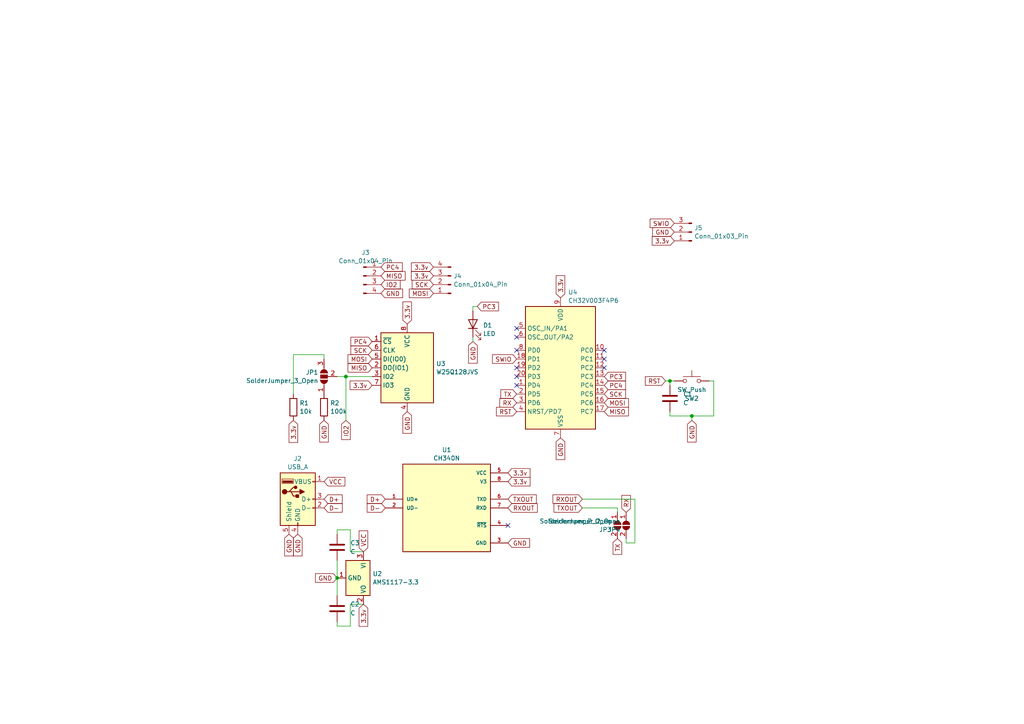
<source format=kicad_sch>
(kicad_sch (version 20230121) (generator eeschema)

  (uuid 7b0e6896-478b-4ede-9ff6-b6a5f526bf1e)

  (paper "A4")

  (lib_symbols
    (symbol "CH340N:CH340N" (pin_names (offset 1.016)) (in_bom yes) (on_board yes)
      (property "Reference" "U" (at -12.7 13.208 0)
        (effects (font (size 1.27 1.27)) (justify left bottom))
      )
      (property "Value" "CH340N" (at -12.7 -15.24 0)
        (effects (font (size 1.27 1.27)) (justify left bottom))
      )
      (property "Footprint" "CH340N:SOIC127P600X160-8N" (at 0 0 0)
        (effects (font (size 1.27 1.27)) (justify bottom) hide)
      )
      (property "Datasheet" "" (at 0 0 0)
        (effects (font (size 1.27 1.27)) hide)
      )
      (property "MF" "WCH" (at 0 0 0)
        (effects (font (size 1.27 1.27)) (justify bottom) hide)
      )
      (property "MAXIMUM_PACKAGE_HEIGHT" "1.6mm" (at 0 0 0)
        (effects (font (size 1.27 1.27)) (justify bottom) hide)
      )
      (property "Package" "Package" (at 0 0 0)
        (effects (font (size 1.27 1.27)) (justify bottom) hide)
      )
      (property "Price" "None" (at 0 0 0)
        (effects (font (size 1.27 1.27)) (justify bottom) hide)
      )
      (property "Check_prices" "https://www.snapeda.com/parts/CH340N/WCH/view-part/?ref=eda" (at 0 0 0)
        (effects (font (size 1.27 1.27)) (justify bottom) hide)
      )
      (property "STANDARD" "IPC 7351B" (at 0 0 0)
        (effects (font (size 1.27 1.27)) (justify bottom) hide)
      )
      (property "PARTREV" "V3C" (at 0 0 0)
        (effects (font (size 1.27 1.27)) (justify bottom) hide)
      )
      (property "SnapEDA_Link" "https://www.snapeda.com/parts/CH340N/WCH/view-part/?ref=snap" (at 0 0 0)
        (effects (font (size 1.27 1.27)) (justify bottom) hide)
      )
      (property "MP" "CH340N" (at 0 0 0)
        (effects (font (size 1.27 1.27)) (justify bottom) hide)
      )
      (property "Description" "\n                        \n                            USB to Serial Port Chip\n                        \n" (at 0 0 0)
        (effects (font (size 1.27 1.27)) (justify bottom) hide)
      )
      (property "Availability" "Not in stock" (at 0 0 0)
        (effects (font (size 1.27 1.27)) (justify bottom) hide)
      )
      (property "MANUFACTURER" "WCH" (at 0 0 0)
        (effects (font (size 1.27 1.27)) (justify bottom) hide)
      )
      (symbol "CH340N_0_0"
        (rectangle (start -12.7 -12.7) (end 12.7 12.7)
          (stroke (width 0.254) (type default))
          (fill (type background))
        )
        (pin bidirectional line (at -17.78 2.54 0) (length 5.08)
          (name "UD+" (effects (font (size 1.016 1.016))))
          (number "1" (effects (font (size 1.016 1.016))))
        )
        (pin bidirectional line (at -17.78 0 0) (length 5.08)
          (name "UD-" (effects (font (size 1.016 1.016))))
          (number "2" (effects (font (size 1.016 1.016))))
        )
        (pin power_in line (at 17.78 -10.16 180) (length 5.08)
          (name "GND" (effects (font (size 1.016 1.016))))
          (number "3" (effects (font (size 1.016 1.016))))
        )
        (pin output line (at 17.78 -5.08 180) (length 5.08)
          (name "~{RTS}" (effects (font (size 1.016 1.016))))
          (number "4" (effects (font (size 1.016 1.016))))
        )
        (pin power_in line (at 17.78 10.16 180) (length 5.08)
          (name "VCC" (effects (font (size 1.016 1.016))))
          (number "5" (effects (font (size 1.016 1.016))))
        )
        (pin output line (at 17.78 2.54 180) (length 5.08)
          (name "TXD" (effects (font (size 1.016 1.016))))
          (number "6" (effects (font (size 1.016 1.016))))
        )
        (pin input line (at 17.78 0 180) (length 5.08)
          (name "RXD" (effects (font (size 1.016 1.016))))
          (number "7" (effects (font (size 1.016 1.016))))
        )
        (pin power_in line (at 17.78 7.62 180) (length 5.08)
          (name "V3" (effects (font (size 1.016 1.016))))
          (number "8" (effects (font (size 1.016 1.016))))
        )
      )
    )
    (symbol "Connector:Conn_01x03_Pin" (pin_names (offset 1.016) hide) (in_bom yes) (on_board yes)
      (property "Reference" "J" (at 0 5.08 0)
        (effects (font (size 1.27 1.27)))
      )
      (property "Value" "Conn_01x03_Pin" (at 0 -5.08 0)
        (effects (font (size 1.27 1.27)))
      )
      (property "Footprint" "" (at 0 0 0)
        (effects (font (size 1.27 1.27)) hide)
      )
      (property "Datasheet" "~" (at 0 0 0)
        (effects (font (size 1.27 1.27)) hide)
      )
      (property "ki_locked" "" (at 0 0 0)
        (effects (font (size 1.27 1.27)))
      )
      (property "ki_keywords" "connector" (at 0 0 0)
        (effects (font (size 1.27 1.27)) hide)
      )
      (property "ki_description" "Generic connector, single row, 01x03, script generated" (at 0 0 0)
        (effects (font (size 1.27 1.27)) hide)
      )
      (property "ki_fp_filters" "Connector*:*_1x??_*" (at 0 0 0)
        (effects (font (size 1.27 1.27)) hide)
      )
      (symbol "Conn_01x03_Pin_1_1"
        (polyline
          (pts
            (xy 1.27 -2.54)
            (xy 0.8636 -2.54)
          )
          (stroke (width 0.1524) (type default))
          (fill (type none))
        )
        (polyline
          (pts
            (xy 1.27 0)
            (xy 0.8636 0)
          )
          (stroke (width 0.1524) (type default))
          (fill (type none))
        )
        (polyline
          (pts
            (xy 1.27 2.54)
            (xy 0.8636 2.54)
          )
          (stroke (width 0.1524) (type default))
          (fill (type none))
        )
        (rectangle (start 0.8636 -2.413) (end 0 -2.667)
          (stroke (width 0.1524) (type default))
          (fill (type outline))
        )
        (rectangle (start 0.8636 0.127) (end 0 -0.127)
          (stroke (width 0.1524) (type default))
          (fill (type outline))
        )
        (rectangle (start 0.8636 2.667) (end 0 2.413)
          (stroke (width 0.1524) (type default))
          (fill (type outline))
        )
        (pin passive line (at 5.08 2.54 180) (length 3.81)
          (name "Pin_1" (effects (font (size 1.27 1.27))))
          (number "1" (effects (font (size 1.27 1.27))))
        )
        (pin passive line (at 5.08 0 180) (length 3.81)
          (name "Pin_2" (effects (font (size 1.27 1.27))))
          (number "2" (effects (font (size 1.27 1.27))))
        )
        (pin passive line (at 5.08 -2.54 180) (length 3.81)
          (name "Pin_3" (effects (font (size 1.27 1.27))))
          (number "3" (effects (font (size 1.27 1.27))))
        )
      )
    )
    (symbol "Connector:Conn_01x04_Pin" (pin_names (offset 1.016) hide) (in_bom yes) (on_board yes)
      (property "Reference" "J" (at 0 5.08 0)
        (effects (font (size 1.27 1.27)))
      )
      (property "Value" "Conn_01x04_Pin" (at 0 -7.62 0)
        (effects (font (size 1.27 1.27)))
      )
      (property "Footprint" "" (at 0 0 0)
        (effects (font (size 1.27 1.27)) hide)
      )
      (property "Datasheet" "~" (at 0 0 0)
        (effects (font (size 1.27 1.27)) hide)
      )
      (property "ki_locked" "" (at 0 0 0)
        (effects (font (size 1.27 1.27)))
      )
      (property "ki_keywords" "connector" (at 0 0 0)
        (effects (font (size 1.27 1.27)) hide)
      )
      (property "ki_description" "Generic connector, single row, 01x04, script generated" (at 0 0 0)
        (effects (font (size 1.27 1.27)) hide)
      )
      (property "ki_fp_filters" "Connector*:*_1x??_*" (at 0 0 0)
        (effects (font (size 1.27 1.27)) hide)
      )
      (symbol "Conn_01x04_Pin_1_1"
        (polyline
          (pts
            (xy 1.27 -5.08)
            (xy 0.8636 -5.08)
          )
          (stroke (width 0.1524) (type default))
          (fill (type none))
        )
        (polyline
          (pts
            (xy 1.27 -2.54)
            (xy 0.8636 -2.54)
          )
          (stroke (width 0.1524) (type default))
          (fill (type none))
        )
        (polyline
          (pts
            (xy 1.27 0)
            (xy 0.8636 0)
          )
          (stroke (width 0.1524) (type default))
          (fill (type none))
        )
        (polyline
          (pts
            (xy 1.27 2.54)
            (xy 0.8636 2.54)
          )
          (stroke (width 0.1524) (type default))
          (fill (type none))
        )
        (rectangle (start 0.8636 -4.953) (end 0 -5.207)
          (stroke (width 0.1524) (type default))
          (fill (type outline))
        )
        (rectangle (start 0.8636 -2.413) (end 0 -2.667)
          (stroke (width 0.1524) (type default))
          (fill (type outline))
        )
        (rectangle (start 0.8636 0.127) (end 0 -0.127)
          (stroke (width 0.1524) (type default))
          (fill (type outline))
        )
        (rectangle (start 0.8636 2.667) (end 0 2.413)
          (stroke (width 0.1524) (type default))
          (fill (type outline))
        )
        (pin passive line (at 5.08 2.54 180) (length 3.81)
          (name "Pin_1" (effects (font (size 1.27 1.27))))
          (number "1" (effects (font (size 1.27 1.27))))
        )
        (pin passive line (at 5.08 0 180) (length 3.81)
          (name "Pin_2" (effects (font (size 1.27 1.27))))
          (number "2" (effects (font (size 1.27 1.27))))
        )
        (pin passive line (at 5.08 -2.54 180) (length 3.81)
          (name "Pin_3" (effects (font (size 1.27 1.27))))
          (number "3" (effects (font (size 1.27 1.27))))
        )
        (pin passive line (at 5.08 -5.08 180) (length 3.81)
          (name "Pin_4" (effects (font (size 1.27 1.27))))
          (number "4" (effects (font (size 1.27 1.27))))
        )
      )
    )
    (symbol "Connector:USB_A" (pin_names (offset 1.016)) (in_bom yes) (on_board yes)
      (property "Reference" "J" (at -5.08 11.43 0)
        (effects (font (size 1.27 1.27)) (justify left))
      )
      (property "Value" "USB_A" (at -5.08 8.89 0)
        (effects (font (size 1.27 1.27)) (justify left))
      )
      (property "Footprint" "" (at 3.81 -1.27 0)
        (effects (font (size 1.27 1.27)) hide)
      )
      (property "Datasheet" " ~" (at 3.81 -1.27 0)
        (effects (font (size 1.27 1.27)) hide)
      )
      (property "ki_keywords" "connector USB" (at 0 0 0)
        (effects (font (size 1.27 1.27)) hide)
      )
      (property "ki_description" "USB Type A connector" (at 0 0 0)
        (effects (font (size 1.27 1.27)) hide)
      )
      (property "ki_fp_filters" "USB*" (at 0 0 0)
        (effects (font (size 1.27 1.27)) hide)
      )
      (symbol "USB_A_0_1"
        (rectangle (start -5.08 -7.62) (end 5.08 7.62)
          (stroke (width 0.254) (type default))
          (fill (type background))
        )
        (circle (center -3.81 2.159) (radius 0.635)
          (stroke (width 0.254) (type default))
          (fill (type outline))
        )
        (rectangle (start -1.524 4.826) (end -4.318 5.334)
          (stroke (width 0) (type default))
          (fill (type outline))
        )
        (rectangle (start -1.27 4.572) (end -4.572 5.842)
          (stroke (width 0) (type default))
          (fill (type none))
        )
        (circle (center -0.635 3.429) (radius 0.381)
          (stroke (width 0.254) (type default))
          (fill (type outline))
        )
        (rectangle (start -0.127 -7.62) (end 0.127 -6.858)
          (stroke (width 0) (type default))
          (fill (type none))
        )
        (polyline
          (pts
            (xy -3.175 2.159)
            (xy -2.54 2.159)
            (xy -1.27 3.429)
            (xy -0.635 3.429)
          )
          (stroke (width 0.254) (type default))
          (fill (type none))
        )
        (polyline
          (pts
            (xy -2.54 2.159)
            (xy -1.905 2.159)
            (xy -1.27 0.889)
            (xy 0 0.889)
          )
          (stroke (width 0.254) (type default))
          (fill (type none))
        )
        (polyline
          (pts
            (xy 0.635 2.794)
            (xy 0.635 1.524)
            (xy 1.905 2.159)
            (xy 0.635 2.794)
          )
          (stroke (width 0.254) (type default))
          (fill (type outline))
        )
        (rectangle (start 0.254 1.27) (end -0.508 0.508)
          (stroke (width 0.254) (type default))
          (fill (type outline))
        )
        (rectangle (start 5.08 -2.667) (end 4.318 -2.413)
          (stroke (width 0) (type default))
          (fill (type none))
        )
        (rectangle (start 5.08 -0.127) (end 4.318 0.127)
          (stroke (width 0) (type default))
          (fill (type none))
        )
        (rectangle (start 5.08 4.953) (end 4.318 5.207)
          (stroke (width 0) (type default))
          (fill (type none))
        )
      )
      (symbol "USB_A_1_1"
        (polyline
          (pts
            (xy -1.905 2.159)
            (xy 0.635 2.159)
          )
          (stroke (width 0.254) (type default))
          (fill (type none))
        )
        (pin power_in line (at 7.62 5.08 180) (length 2.54)
          (name "VBUS" (effects (font (size 1.27 1.27))))
          (number "1" (effects (font (size 1.27 1.27))))
        )
        (pin bidirectional line (at 7.62 -2.54 180) (length 2.54)
          (name "D-" (effects (font (size 1.27 1.27))))
          (number "2" (effects (font (size 1.27 1.27))))
        )
        (pin bidirectional line (at 7.62 0 180) (length 2.54)
          (name "D+" (effects (font (size 1.27 1.27))))
          (number "3" (effects (font (size 1.27 1.27))))
        )
        (pin power_in line (at 0 -10.16 90) (length 2.54)
          (name "GND" (effects (font (size 1.27 1.27))))
          (number "4" (effects (font (size 1.27 1.27))))
        )
        (pin passive line (at -2.54 -10.16 90) (length 2.54)
          (name "Shield" (effects (font (size 1.27 1.27))))
          (number "5" (effects (font (size 1.27 1.27))))
        )
      )
    )
    (symbol "Device:C" (pin_numbers hide) (pin_names (offset 0.254)) (in_bom yes) (on_board yes)
      (property "Reference" "C" (at 0.635 2.54 0)
        (effects (font (size 1.27 1.27)) (justify left))
      )
      (property "Value" "C" (at 0.635 -2.54 0)
        (effects (font (size 1.27 1.27)) (justify left))
      )
      (property "Footprint" "" (at 0.9652 -3.81 0)
        (effects (font (size 1.27 1.27)) hide)
      )
      (property "Datasheet" "~" (at 0 0 0)
        (effects (font (size 1.27 1.27)) hide)
      )
      (property "ki_keywords" "cap capacitor" (at 0 0 0)
        (effects (font (size 1.27 1.27)) hide)
      )
      (property "ki_description" "Unpolarized capacitor" (at 0 0 0)
        (effects (font (size 1.27 1.27)) hide)
      )
      (property "ki_fp_filters" "C_*" (at 0 0 0)
        (effects (font (size 1.27 1.27)) hide)
      )
      (symbol "C_0_1"
        (polyline
          (pts
            (xy -2.032 -0.762)
            (xy 2.032 -0.762)
          )
          (stroke (width 0.508) (type default))
          (fill (type none))
        )
        (polyline
          (pts
            (xy -2.032 0.762)
            (xy 2.032 0.762)
          )
          (stroke (width 0.508) (type default))
          (fill (type none))
        )
      )
      (symbol "C_1_1"
        (pin passive line (at 0 3.81 270) (length 2.794)
          (name "~" (effects (font (size 1.27 1.27))))
          (number "1" (effects (font (size 1.27 1.27))))
        )
        (pin passive line (at 0 -3.81 90) (length 2.794)
          (name "~" (effects (font (size 1.27 1.27))))
          (number "2" (effects (font (size 1.27 1.27))))
        )
      )
    )
    (symbol "Device:LED" (pin_numbers hide) (pin_names (offset 1.016) hide) (in_bom yes) (on_board yes)
      (property "Reference" "D" (at 0 2.54 0)
        (effects (font (size 1.27 1.27)))
      )
      (property "Value" "LED" (at 0 -2.54 0)
        (effects (font (size 1.27 1.27)))
      )
      (property "Footprint" "" (at 0 0 0)
        (effects (font (size 1.27 1.27)) hide)
      )
      (property "Datasheet" "~" (at 0 0 0)
        (effects (font (size 1.27 1.27)) hide)
      )
      (property "ki_keywords" "LED diode" (at 0 0 0)
        (effects (font (size 1.27 1.27)) hide)
      )
      (property "ki_description" "Light emitting diode" (at 0 0 0)
        (effects (font (size 1.27 1.27)) hide)
      )
      (property "ki_fp_filters" "LED* LED_SMD:* LED_THT:*" (at 0 0 0)
        (effects (font (size 1.27 1.27)) hide)
      )
      (symbol "LED_0_1"
        (polyline
          (pts
            (xy -1.27 -1.27)
            (xy -1.27 1.27)
          )
          (stroke (width 0.254) (type default))
          (fill (type none))
        )
        (polyline
          (pts
            (xy -1.27 0)
            (xy 1.27 0)
          )
          (stroke (width 0) (type default))
          (fill (type none))
        )
        (polyline
          (pts
            (xy 1.27 -1.27)
            (xy 1.27 1.27)
            (xy -1.27 0)
            (xy 1.27 -1.27)
          )
          (stroke (width 0.254) (type default))
          (fill (type none))
        )
        (polyline
          (pts
            (xy -3.048 -0.762)
            (xy -4.572 -2.286)
            (xy -3.81 -2.286)
            (xy -4.572 -2.286)
            (xy -4.572 -1.524)
          )
          (stroke (width 0) (type default))
          (fill (type none))
        )
        (polyline
          (pts
            (xy -1.778 -0.762)
            (xy -3.302 -2.286)
            (xy -2.54 -2.286)
            (xy -3.302 -2.286)
            (xy -3.302 -1.524)
          )
          (stroke (width 0) (type default))
          (fill (type none))
        )
      )
      (symbol "LED_1_1"
        (pin passive line (at -3.81 0 0) (length 2.54)
          (name "K" (effects (font (size 1.27 1.27))))
          (number "1" (effects (font (size 1.27 1.27))))
        )
        (pin passive line (at 3.81 0 180) (length 2.54)
          (name "A" (effects (font (size 1.27 1.27))))
          (number "2" (effects (font (size 1.27 1.27))))
        )
      )
    )
    (symbol "Device:R" (pin_numbers hide) (pin_names (offset 0)) (in_bom yes) (on_board yes)
      (property "Reference" "R" (at 2.032 0 90)
        (effects (font (size 1.27 1.27)))
      )
      (property "Value" "R" (at 0 0 90)
        (effects (font (size 1.27 1.27)))
      )
      (property "Footprint" "" (at -1.778 0 90)
        (effects (font (size 1.27 1.27)) hide)
      )
      (property "Datasheet" "~" (at 0 0 0)
        (effects (font (size 1.27 1.27)) hide)
      )
      (property "ki_keywords" "R res resistor" (at 0 0 0)
        (effects (font (size 1.27 1.27)) hide)
      )
      (property "ki_description" "Resistor" (at 0 0 0)
        (effects (font (size 1.27 1.27)) hide)
      )
      (property "ki_fp_filters" "R_*" (at 0 0 0)
        (effects (font (size 1.27 1.27)) hide)
      )
      (symbol "R_0_1"
        (rectangle (start -1.016 -2.54) (end 1.016 2.54)
          (stroke (width 0.254) (type default))
          (fill (type none))
        )
      )
      (symbol "R_1_1"
        (pin passive line (at 0 3.81 270) (length 1.27)
          (name "~" (effects (font (size 1.27 1.27))))
          (number "1" (effects (font (size 1.27 1.27))))
        )
        (pin passive line (at 0 -3.81 90) (length 1.27)
          (name "~" (effects (font (size 1.27 1.27))))
          (number "2" (effects (font (size 1.27 1.27))))
        )
      )
    )
    (symbol "Jumper:SolderJumper_2_Open" (pin_names (offset 0) hide) (in_bom yes) (on_board yes)
      (property "Reference" "JP" (at 0 2.032 0)
        (effects (font (size 1.27 1.27)))
      )
      (property "Value" "SolderJumper_2_Open" (at 0 -2.54 0)
        (effects (font (size 1.27 1.27)))
      )
      (property "Footprint" "" (at 0 0 0)
        (effects (font (size 1.27 1.27)) hide)
      )
      (property "Datasheet" "~" (at 0 0 0)
        (effects (font (size 1.27 1.27)) hide)
      )
      (property "ki_keywords" "solder jumper SPST" (at 0 0 0)
        (effects (font (size 1.27 1.27)) hide)
      )
      (property "ki_description" "Solder Jumper, 2-pole, open" (at 0 0 0)
        (effects (font (size 1.27 1.27)) hide)
      )
      (property "ki_fp_filters" "SolderJumper*Open*" (at 0 0 0)
        (effects (font (size 1.27 1.27)) hide)
      )
      (symbol "SolderJumper_2_Open_0_1"
        (arc (start -0.254 1.016) (mid -1.2656 0) (end -0.254 -1.016)
          (stroke (width 0) (type default))
          (fill (type none))
        )
        (arc (start -0.254 1.016) (mid -1.2656 0) (end -0.254 -1.016)
          (stroke (width 0) (type default))
          (fill (type outline))
        )
        (polyline
          (pts
            (xy -0.254 1.016)
            (xy -0.254 -1.016)
          )
          (stroke (width 0) (type default))
          (fill (type none))
        )
        (polyline
          (pts
            (xy 0.254 1.016)
            (xy 0.254 -1.016)
          )
          (stroke (width 0) (type default))
          (fill (type none))
        )
        (arc (start 0.254 -1.016) (mid 1.2656 0) (end 0.254 1.016)
          (stroke (width 0) (type default))
          (fill (type none))
        )
        (arc (start 0.254 -1.016) (mid 1.2656 0) (end 0.254 1.016)
          (stroke (width 0) (type default))
          (fill (type outline))
        )
      )
      (symbol "SolderJumper_2_Open_1_1"
        (pin passive line (at -3.81 0 0) (length 2.54)
          (name "A" (effects (font (size 1.27 1.27))))
          (number "1" (effects (font (size 1.27 1.27))))
        )
        (pin passive line (at 3.81 0 180) (length 2.54)
          (name "B" (effects (font (size 1.27 1.27))))
          (number "2" (effects (font (size 1.27 1.27))))
        )
      )
    )
    (symbol "Jumper:SolderJumper_3_Open" (pin_names (offset 0) hide) (in_bom yes) (on_board yes)
      (property "Reference" "JP" (at -2.54 -2.54 0)
        (effects (font (size 1.27 1.27)))
      )
      (property "Value" "SolderJumper_3_Open" (at 0 2.794 0)
        (effects (font (size 1.27 1.27)))
      )
      (property "Footprint" "" (at 0 0 0)
        (effects (font (size 1.27 1.27)) hide)
      )
      (property "Datasheet" "~" (at 0 0 0)
        (effects (font (size 1.27 1.27)) hide)
      )
      (property "ki_keywords" "Solder Jumper SPDT" (at 0 0 0)
        (effects (font (size 1.27 1.27)) hide)
      )
      (property "ki_description" "Solder Jumper, 3-pole, open" (at 0 0 0)
        (effects (font (size 1.27 1.27)) hide)
      )
      (property "ki_fp_filters" "SolderJumper*Open*" (at 0 0 0)
        (effects (font (size 1.27 1.27)) hide)
      )
      (symbol "SolderJumper_3_Open_0_1"
        (arc (start -1.016 1.016) (mid -2.0276 0) (end -1.016 -1.016)
          (stroke (width 0) (type default))
          (fill (type none))
        )
        (arc (start -1.016 1.016) (mid -2.0276 0) (end -1.016 -1.016)
          (stroke (width 0) (type default))
          (fill (type outline))
        )
        (rectangle (start -0.508 1.016) (end 0.508 -1.016)
          (stroke (width 0) (type default))
          (fill (type outline))
        )
        (polyline
          (pts
            (xy -2.54 0)
            (xy -2.032 0)
          )
          (stroke (width 0) (type default))
          (fill (type none))
        )
        (polyline
          (pts
            (xy -1.016 1.016)
            (xy -1.016 -1.016)
          )
          (stroke (width 0) (type default))
          (fill (type none))
        )
        (polyline
          (pts
            (xy 0 -1.27)
            (xy 0 -1.016)
          )
          (stroke (width 0) (type default))
          (fill (type none))
        )
        (polyline
          (pts
            (xy 1.016 1.016)
            (xy 1.016 -1.016)
          )
          (stroke (width 0) (type default))
          (fill (type none))
        )
        (polyline
          (pts
            (xy 2.54 0)
            (xy 2.032 0)
          )
          (stroke (width 0) (type default))
          (fill (type none))
        )
        (arc (start 1.016 -1.016) (mid 2.0276 0) (end 1.016 1.016)
          (stroke (width 0) (type default))
          (fill (type none))
        )
        (arc (start 1.016 -1.016) (mid 2.0276 0) (end 1.016 1.016)
          (stroke (width 0) (type default))
          (fill (type outline))
        )
      )
      (symbol "SolderJumper_3_Open_1_1"
        (pin passive line (at -5.08 0 0) (length 2.54)
          (name "A" (effects (font (size 1.27 1.27))))
          (number "1" (effects (font (size 1.27 1.27))))
        )
        (pin passive line (at 0 -3.81 90) (length 2.54)
          (name "C" (effects (font (size 1.27 1.27))))
          (number "2" (effects (font (size 1.27 1.27))))
        )
        (pin passive line (at 5.08 0 180) (length 2.54)
          (name "B" (effects (font (size 1.27 1.27))))
          (number "3" (effects (font (size 1.27 1.27))))
        )
      )
    )
    (symbol "Memory_Flash:W25Q128JVS" (in_bom yes) (on_board yes)
      (property "Reference" "U" (at -8.89 8.89 0)
        (effects (font (size 1.27 1.27)))
      )
      (property "Value" "W25Q128JVS" (at 7.62 8.89 0)
        (effects (font (size 1.27 1.27)))
      )
      (property "Footprint" "Package_SO:SOIC-8_5.23x5.23mm_P1.27mm" (at 0 0 0)
        (effects (font (size 1.27 1.27)) hide)
      )
      (property "Datasheet" "http://www.winbond.com/resource-files/w25q128jv_dtr%20revc%2003272018%20plus.pdf" (at 0 0 0)
        (effects (font (size 1.27 1.27)) hide)
      )
      (property "ki_keywords" "flash memory SPI QPI DTR" (at 0 0 0)
        (effects (font (size 1.27 1.27)) hide)
      )
      (property "ki_description" "128Mb Serial Flash Memory, Standard/Dual/Quad SPI, SOIC-8" (at 0 0 0)
        (effects (font (size 1.27 1.27)) hide)
      )
      (property "ki_fp_filters" "SOIC*5.23x5.23mm*P1.27mm*" (at 0 0 0)
        (effects (font (size 1.27 1.27)) hide)
      )
      (symbol "W25Q128JVS_0_1"
        (rectangle (start -7.62 10.16) (end 7.62 -10.16)
          (stroke (width 0.254) (type default))
          (fill (type background))
        )
      )
      (symbol "W25Q128JVS_1_1"
        (pin input line (at -10.16 7.62 0) (length 2.54)
          (name "~{CS}" (effects (font (size 1.27 1.27))))
          (number "1" (effects (font (size 1.27 1.27))))
        )
        (pin bidirectional line (at -10.16 0 0) (length 2.54)
          (name "DO(IO1)" (effects (font (size 1.27 1.27))))
          (number "2" (effects (font (size 1.27 1.27))))
        )
        (pin bidirectional line (at -10.16 -2.54 0) (length 2.54)
          (name "IO2" (effects (font (size 1.27 1.27))))
          (number "3" (effects (font (size 1.27 1.27))))
        )
        (pin power_in line (at 0 -12.7 90) (length 2.54)
          (name "GND" (effects (font (size 1.27 1.27))))
          (number "4" (effects (font (size 1.27 1.27))))
        )
        (pin bidirectional line (at -10.16 2.54 0) (length 2.54)
          (name "DI(IO0)" (effects (font (size 1.27 1.27))))
          (number "5" (effects (font (size 1.27 1.27))))
        )
        (pin input line (at -10.16 5.08 0) (length 2.54)
          (name "CLK" (effects (font (size 1.27 1.27))))
          (number "6" (effects (font (size 1.27 1.27))))
        )
        (pin bidirectional line (at -10.16 -5.08 0) (length 2.54)
          (name "IO3" (effects (font (size 1.27 1.27))))
          (number "7" (effects (font (size 1.27 1.27))))
        )
        (pin power_in line (at 0 12.7 270) (length 2.54)
          (name "VCC" (effects (font (size 1.27 1.27))))
          (number "8" (effects (font (size 1.27 1.27))))
        )
      )
    )
    (symbol "Regulator_Linear:AMS1117-3.3" (in_bom yes) (on_board yes)
      (property "Reference" "U" (at -3.81 3.175 0)
        (effects (font (size 1.27 1.27)))
      )
      (property "Value" "AMS1117-3.3" (at 0 3.175 0)
        (effects (font (size 1.27 1.27)) (justify left))
      )
      (property "Footprint" "Package_TO_SOT_SMD:SOT-223-3_TabPin2" (at 0 5.08 0)
        (effects (font (size 1.27 1.27)) hide)
      )
      (property "Datasheet" "http://www.advanced-monolithic.com/pdf/ds1117.pdf" (at 2.54 -6.35 0)
        (effects (font (size 1.27 1.27)) hide)
      )
      (property "ki_keywords" "linear regulator ldo fixed positive" (at 0 0 0)
        (effects (font (size 1.27 1.27)) hide)
      )
      (property "ki_description" "1A Low Dropout regulator, positive, 3.3V fixed output, SOT-223" (at 0 0 0)
        (effects (font (size 1.27 1.27)) hide)
      )
      (property "ki_fp_filters" "SOT?223*TabPin2*" (at 0 0 0)
        (effects (font (size 1.27 1.27)) hide)
      )
      (symbol "AMS1117-3.3_0_1"
        (rectangle (start -5.08 -5.08) (end 5.08 1.905)
          (stroke (width 0.254) (type default))
          (fill (type background))
        )
      )
      (symbol "AMS1117-3.3_1_1"
        (pin power_in line (at 0 -7.62 90) (length 2.54)
          (name "GND" (effects (font (size 1.27 1.27))))
          (number "1" (effects (font (size 1.27 1.27))))
        )
        (pin power_out line (at 7.62 0 180) (length 2.54)
          (name "VO" (effects (font (size 1.27 1.27))))
          (number "2" (effects (font (size 1.27 1.27))))
        )
        (pin power_in line (at -7.62 0 0) (length 2.54)
          (name "VI" (effects (font (size 1.27 1.27))))
          (number "3" (effects (font (size 1.27 1.27))))
        )
      )
    )
    (symbol "Switch:SW_Push" (pin_numbers hide) (pin_names (offset 1.016) hide) (in_bom yes) (on_board yes)
      (property "Reference" "SW" (at 1.27 2.54 0)
        (effects (font (size 1.27 1.27)) (justify left))
      )
      (property "Value" "SW_Push" (at 0 -1.524 0)
        (effects (font (size 1.27 1.27)))
      )
      (property "Footprint" "" (at 0 5.08 0)
        (effects (font (size 1.27 1.27)) hide)
      )
      (property "Datasheet" "~" (at 0 5.08 0)
        (effects (font (size 1.27 1.27)) hide)
      )
      (property "ki_keywords" "switch normally-open pushbutton push-button" (at 0 0 0)
        (effects (font (size 1.27 1.27)) hide)
      )
      (property "ki_description" "Push button switch, generic, two pins" (at 0 0 0)
        (effects (font (size 1.27 1.27)) hide)
      )
      (symbol "SW_Push_0_1"
        (circle (center -2.032 0) (radius 0.508)
          (stroke (width 0) (type default))
          (fill (type none))
        )
        (polyline
          (pts
            (xy 0 1.27)
            (xy 0 3.048)
          )
          (stroke (width 0) (type default))
          (fill (type none))
        )
        (polyline
          (pts
            (xy 2.54 1.27)
            (xy -2.54 1.27)
          )
          (stroke (width 0) (type default))
          (fill (type none))
        )
        (circle (center 2.032 0) (radius 0.508)
          (stroke (width 0) (type default))
          (fill (type none))
        )
        (pin passive line (at -5.08 0 0) (length 2.54)
          (name "1" (effects (font (size 1.27 1.27))))
          (number "1" (effects (font (size 1.27 1.27))))
        )
        (pin passive line (at 5.08 0 180) (length 2.54)
          (name "2" (effects (font (size 1.27 1.27))))
          (number "2" (effects (font (size 1.27 1.27))))
        )
      )
    )
    (symbol "wch_mcu:CH32V003F4P6" (in_bom yes) (on_board yes)
      (property "Reference" "U" (at 15.24 -24.13 0)
        (effects (font (size 1.27 1.27)))
      )
      (property "Value" "CH32V003F4P6" (at 16.51 -21.59 0)
        (effects (font (size 1.27 1.27)))
      )
      (property "Footprint" "Package_SO:SOP-16_3.9x9.9mm_P1.27mm" (at 2.54 -30.48 0)
        (effects (font (size 1.27 1.27)) hide)
      )
      (property "Datasheet" "http://www.wch-ic.com/downloads/CH32V003DS0_PDF.html" (at 5.08 -34.29 0)
        (effects (font (size 1.27 1.27)) hide)
      )
      (symbol "CH32V003F4P6_0_1"
        (rectangle (start -10.16 17.78) (end 10.16 -17.78)
          (stroke (width 0.254) (type default))
          (fill (type background))
        )
      )
      (symbol "CH32V003F4P6_1_1"
        (pin bidirectional line (at -12.7 -5.08 0) (length 2.54)
          (name "PD4" (effects (font (size 1.27 1.27))))
          (number "1" (effects (font (size 1.27 1.27))))
        )
        (pin bidirectional line (at 12.7 5.08 180) (length 2.54)
          (name "PC0" (effects (font (size 1.27 1.27))))
          (number "10" (effects (font (size 1.27 1.27))))
        )
        (pin bidirectional line (at 12.7 2.54 180) (length 2.54)
          (name "PC1" (effects (font (size 1.27 1.27))))
          (number "11" (effects (font (size 1.27 1.27))))
        )
        (pin bidirectional line (at 12.7 0 180) (length 2.54)
          (name "PC2" (effects (font (size 1.27 1.27))))
          (number "12" (effects (font (size 1.27 1.27))))
        )
        (pin bidirectional line (at 12.7 -2.54 180) (length 2.54)
          (name "PC3" (effects (font (size 1.27 1.27))))
          (number "13" (effects (font (size 1.27 1.27))))
        )
        (pin bidirectional line (at 12.7 -5.08 180) (length 2.54)
          (name "PC4" (effects (font (size 1.27 1.27))))
          (number "14" (effects (font (size 1.27 1.27))))
        )
        (pin bidirectional line (at 12.7 -7.62 180) (length 2.54)
          (name "PC5" (effects (font (size 1.27 1.27))))
          (number "15" (effects (font (size 1.27 1.27))))
        )
        (pin bidirectional line (at 12.7 -10.16 180) (length 2.54)
          (name "PC6" (effects (font (size 1.27 1.27))))
          (number "16" (effects (font (size 1.27 1.27))))
        )
        (pin bidirectional line (at 12.7 -12.7 180) (length 2.54)
          (name "PC7" (effects (font (size 1.27 1.27))))
          (number "17" (effects (font (size 1.27 1.27))))
        )
        (pin bidirectional line (at -12.7 2.54 0) (length 2.54)
          (name "PD1" (effects (font (size 1.27 1.27))))
          (number "18" (effects (font (size 1.27 1.27))))
        )
        (pin bidirectional line (at -12.7 0 0) (length 2.54)
          (name "PD2" (effects (font (size 1.27 1.27))))
          (number "19" (effects (font (size 1.27 1.27))))
        )
        (pin bidirectional line (at -12.7 -7.62 0) (length 2.54)
          (name "PD5" (effects (font (size 1.27 1.27))))
          (number "2" (effects (font (size 1.27 1.27))))
        )
        (pin bidirectional line (at -12.7 -2.54 0) (length 2.54)
          (name "PD3" (effects (font (size 1.27 1.27))))
          (number "20" (effects (font (size 1.27 1.27))))
        )
        (pin bidirectional line (at -12.7 -10.16 0) (length 2.54)
          (name "PD6" (effects (font (size 1.27 1.27))))
          (number "3" (effects (font (size 1.27 1.27))))
        )
        (pin input line (at -12.7 -12.7 0) (length 2.54)
          (name "NRST/PD7" (effects (font (size 1.27 1.27))))
          (number "4" (effects (font (size 1.27 1.27))))
        )
        (pin input line (at -12.7 11.43 0) (length 2.54)
          (name "OSC_IN/PA1" (effects (font (size 1.27 1.27))))
          (number "5" (effects (font (size 1.27 1.27))))
        )
        (pin input line (at -12.7 8.89 0) (length 2.54)
          (name "OSC_OUT/PA2" (effects (font (size 1.27 1.27))))
          (number "6" (effects (font (size 1.27 1.27))))
        )
        (pin power_in line (at 0 -20.32 90) (length 2.54)
          (name "VSS" (effects (font (size 1.27 1.27))))
          (number "7" (effects (font (size 1.27 1.27))))
        )
        (pin bidirectional line (at -12.7 5.08 0) (length 2.54)
          (name "PD0" (effects (font (size 1.27 1.27))))
          (number "8" (effects (font (size 1.27 1.27))))
        )
        (pin power_in line (at 0 20.32 270) (length 2.54)
          (name "VDD" (effects (font (size 1.27 1.27))))
          (number "9" (effects (font (size 1.27 1.27))))
        )
      )
    )
  )

  (junction (at 97.79 167.64) (diameter 0) (color 0 0 0 0)
    (uuid 255dfbcd-762f-4cd0-9982-0afe262aaf55)
  )
  (junction (at 194.31 110.49) (diameter 0) (color 0 0 0 0)
    (uuid 7a66db2d-bf1e-4b34-9bc0-c4488555ecdc)
  )
  (junction (at 200.66 120.65) (diameter 0) (color 0 0 0 0)
    (uuid bc50f072-8513-409e-b662-76210dfbed5b)
  )
  (junction (at 100.33 109.22) (diameter 0) (color 0 0 0 0)
    (uuid c6a6b6ab-64ff-4795-844f-afcf0e370c9f)
  )

  (no_connect (at 149.86 106.68) (uuid 08f0bad3-4ea7-491a-84dd-8fd69c986546))
  (no_connect (at 175.26 106.68) (uuid 0c57d393-ab03-463d-ac6e-8d585ed3488c))
  (no_connect (at 175.26 101.6) (uuid 42c2833f-52c6-4ccc-b0bd-27eabfa00c81))
  (no_connect (at 147.32 152.4) (uuid 594f7520-1d91-4918-bbc6-e77bb6870332))
  (no_connect (at 175.26 104.14) (uuid 8ce51326-4b0b-4c34-8966-10dd6c17cd4f))
  (no_connect (at 149.86 95.25) (uuid 9952feab-12e1-4110-859b-560b6d5ad870))
  (no_connect (at 149.86 97.79) (uuid 9a1aac51-9383-421d-897e-fd2fdeeff5e2))
  (no_connect (at 149.86 101.6) (uuid c9499a14-0844-493e-bdd7-607263c7121c))
  (no_connect (at 149.86 111.76) (uuid cfb2c9f6-7a61-4ed6-953e-780c6a948bbf))
  (no_connect (at 149.86 109.22) (uuid f67e0e85-336c-4b7a-ab70-1ccb5fe855e7))

  (wire (pts (xy 97.79 181.61) (xy 97.79 180.34))
    (stroke (width 0) (type default))
    (uuid 086a896b-c977-40bb-be2c-6079119c2f8f)
  )
  (wire (pts (xy 137.16 97.79) (xy 137.16 99.06))
    (stroke (width 0) (type default))
    (uuid 09ad9f15-6716-4ead-b6bd-e9cdd5b974ab)
  )
  (wire (pts (xy 97.79 162.56) (xy 97.79 167.64))
    (stroke (width 0) (type default))
    (uuid 0b4ff6d0-f481-44ae-bab2-6ff51a35060b)
  )
  (wire (pts (xy 194.31 110.49) (xy 194.31 111.76))
    (stroke (width 0) (type default))
    (uuid 112af77a-6676-4140-a30a-aaa1bc2971d9)
  )
  (wire (pts (xy 100.33 109.22) (xy 107.95 109.22))
    (stroke (width 0) (type default))
    (uuid 1360b134-f340-4ffa-b2a3-9a0c4ee47c7d)
  )
  (wire (pts (xy 97.79 153.67) (xy 97.79 154.94))
    (stroke (width 0) (type default))
    (uuid 22a13cde-90d9-4793-ae88-db6da2a6f5ae)
  )
  (wire (pts (xy 137.16 88.9) (xy 137.16 90.17))
    (stroke (width 0) (type default))
    (uuid 2712ae73-2280-41c5-bbb5-9890e47e24ab)
  )
  (wire (pts (xy 205.74 110.49) (xy 207.01 110.49))
    (stroke (width 0) (type default))
    (uuid 273532ff-7f38-43c3-b4b0-64e2077b0c70)
  )
  (wire (pts (xy 181.61 156.21) (xy 181.61 157.48))
    (stroke (width 0) (type default))
    (uuid 3773d309-9cce-41ca-b555-f3f1d7dd6e1d)
  )
  (wire (pts (xy 101.6 153.67) (xy 97.79 153.67))
    (stroke (width 0) (type default))
    (uuid 403b656b-63bc-47f1-8d0a-9efec7617c65)
  )
  (wire (pts (xy 207.01 110.49) (xy 207.01 120.65))
    (stroke (width 0) (type default))
    (uuid 5bfb2986-d735-48e1-a126-421691576e7a)
  )
  (wire (pts (xy 93.98 104.14) (xy 93.98 102.87))
    (stroke (width 0) (type default))
    (uuid 5c6f9175-8895-4c50-9cdf-45c48ac7d95f)
  )
  (wire (pts (xy 193.04 110.49) (xy 194.31 110.49))
    (stroke (width 0) (type default))
    (uuid 5f631d14-98fb-4562-b001-5e8af977ec04)
  )
  (wire (pts (xy 179.07 147.32) (xy 168.91 147.32))
    (stroke (width 0) (type default))
    (uuid 686ed55f-c4af-483b-926d-df434f4b0521)
  )
  (wire (pts (xy 194.31 120.65) (xy 200.66 120.65))
    (stroke (width 0) (type default))
    (uuid 7a9bb2e8-f185-414d-8d5a-11a313ffb339)
  )
  (wire (pts (xy 194.31 110.49) (xy 195.58 110.49))
    (stroke (width 0) (type default))
    (uuid 806b0bf6-fb5d-4e92-a23c-9e3721042add)
  )
  (wire (pts (xy 200.66 120.65) (xy 200.66 121.92))
    (stroke (width 0) (type default))
    (uuid 868430ee-269d-47c2-b511-5206448e8d56)
  )
  (wire (pts (xy 101.6 175.26) (xy 101.6 181.61))
    (stroke (width 0) (type default))
    (uuid 8791e382-2659-4a2f-8922-4bff7c61d9ca)
  )
  (wire (pts (xy 85.09 102.87) (xy 85.09 114.3))
    (stroke (width 0) (type default))
    (uuid 894e37c6-7003-46a3-9bea-2d8fc3e479ae)
  )
  (wire (pts (xy 105.41 160.02) (xy 101.6 160.02))
    (stroke (width 0) (type default))
    (uuid 9a8003c1-1770-4961-bdbd-700085c18f3d)
  )
  (wire (pts (xy 100.33 109.22) (xy 100.33 121.92))
    (stroke (width 0) (type default))
    (uuid 9e878fe8-0a54-4acd-8e0e-1bcf9f04a85f)
  )
  (wire (pts (xy 97.79 167.64) (xy 97.79 172.72))
    (stroke (width 0) (type default))
    (uuid ac8d1737-294a-42dc-a8c1-2b8dc87d09d9)
  )
  (wire (pts (xy 184.15 144.78) (xy 168.91 144.78))
    (stroke (width 0) (type default))
    (uuid ad5c5b91-2d63-4dc6-afd8-f8094a5785a1)
  )
  (wire (pts (xy 101.6 160.02) (xy 101.6 153.67))
    (stroke (width 0) (type default))
    (uuid ae7b815f-be46-4db3-bd74-cc4e6339a761)
  )
  (wire (pts (xy 184.15 157.48) (xy 181.61 157.48))
    (stroke (width 0) (type default))
    (uuid b2d575b8-5a53-474c-9da0-c36800b53586)
  )
  (wire (pts (xy 105.41 175.26) (xy 101.6 175.26))
    (stroke (width 0) (type default))
    (uuid b39e78b7-e237-4577-b7a2-dfdeee376d03)
  )
  (wire (pts (xy 93.98 102.87) (xy 85.09 102.87))
    (stroke (width 0) (type default))
    (uuid c9a1d281-e9b5-425d-ba70-44110919c68d)
  )
  (wire (pts (xy 97.79 109.22) (xy 100.33 109.22))
    (stroke (width 0) (type default))
    (uuid d3d84868-9c0b-4b9a-a279-01cc2a55be8c)
  )
  (wire (pts (xy 194.31 119.38) (xy 194.31 120.65))
    (stroke (width 0) (type default))
    (uuid e0b66e26-6e98-4374-bbd0-697ff1e5bb57)
  )
  (wire (pts (xy 179.07 148.59) (xy 179.07 147.32))
    (stroke (width 0) (type default))
    (uuid e6b2a26a-4cdf-4294-908b-ea4c56fef924)
  )
  (wire (pts (xy 200.66 120.65) (xy 207.01 120.65))
    (stroke (width 0) (type default))
    (uuid e9f16518-5f6a-4268-af37-44f7a9e504b9)
  )
  (wire (pts (xy 184.15 157.48) (xy 184.15 144.78))
    (stroke (width 0) (type default))
    (uuid f2f8a89d-014d-4250-bef1-6c882e9b2baf)
  )
  (wire (pts (xy 138.43 88.9) (xy 137.16 88.9))
    (stroke (width 0) (type default))
    (uuid f396fd8c-6e44-4fd1-958f-3535bd5f7dcf)
  )
  (wire (pts (xy 101.6 181.61) (xy 97.79 181.61))
    (stroke (width 0) (type default))
    (uuid f5e9f494-f249-4eca-940b-14642048cab4)
  )

  (global_label "IO2" (shape input) (at 100.33 121.92 270) (fields_autoplaced)
    (effects (font (size 1.27 1.27)) (justify right))
    (uuid 0708d124-33b9-431f-94e5-d9942acd70fb)
    (property "Intersheetrefs" "${INTERSHEET_REFS}" (at 100.33 128.05 90)
      (effects (font (size 1.27 1.27)) (justify right) hide)
    )
  )
  (global_label "MISO" (shape input) (at 110.49 80.01 0) (fields_autoplaced)
    (effects (font (size 1.27 1.27)) (justify left))
    (uuid 08b88ba4-60fb-4169-a7e5-10e1ac849cd2)
    (property "Intersheetrefs" "${INTERSHEET_REFS}" (at 118.0714 80.01 0)
      (effects (font (size 1.27 1.27)) (justify left) hide)
    )
  )
  (global_label "D+" (shape input) (at 93.98 144.78 0) (fields_autoplaced)
    (effects (font (size 1.27 1.27)) (justify left))
    (uuid 0e8ce7be-0e2d-4fb8-943a-3b85b12a7cbd)
    (property "Intersheetrefs" "${INTERSHEET_REFS}" (at 99.8076 144.78 0)
      (effects (font (size 1.27 1.27)) (justify left) hide)
    )
  )
  (global_label "3.3v" (shape input) (at 107.95 111.76 180) (fields_autoplaced)
    (effects (font (size 1.27 1.27)) (justify right))
    (uuid 14da734f-95ec-48f2-af50-2216e9d1880b)
    (property "Intersheetrefs" "${INTERSHEET_REFS}" (at 100.9734 111.76 0)
      (effects (font (size 1.27 1.27)) (justify right) hide)
    )
  )
  (global_label "GND" (shape input) (at 162.56 127 270) (fields_autoplaced)
    (effects (font (size 1.27 1.27)) (justify right))
    (uuid 16148b0f-c2e9-4de6-8acf-f15037a281dc)
    (property "Intersheetrefs" "${INTERSHEET_REFS}" (at 162.56 133.8557 90)
      (effects (font (size 1.27 1.27)) (justify right) hide)
    )
  )
  (global_label "IO2" (shape input) (at 110.49 82.55 0) (fields_autoplaced)
    (effects (font (size 1.27 1.27)) (justify left))
    (uuid 1d8e80ce-35f8-4873-a3b4-da3d4f682da8)
    (property "Intersheetrefs" "${INTERSHEET_REFS}" (at 116.62 82.55 0)
      (effects (font (size 1.27 1.27)) (justify left) hide)
    )
  )
  (global_label "PC4" (shape input) (at 175.26 111.76 0) (fields_autoplaced)
    (effects (font (size 1.27 1.27)) (justify left))
    (uuid 1f9e4976-062c-42b7-b074-62d0cb0efa84)
    (property "Intersheetrefs" "${INTERSHEET_REFS}" (at 181.9947 111.76 0)
      (effects (font (size 1.27 1.27)) (justify left) hide)
    )
  )
  (global_label "3.3v" (shape input) (at 125.73 77.47 180) (fields_autoplaced)
    (effects (font (size 1.27 1.27)) (justify right))
    (uuid 247d4f74-2030-48a0-bb38-36abd4aba2e7)
    (property "Intersheetrefs" "${INTERSHEET_REFS}" (at 118.7534 77.47 0)
      (effects (font (size 1.27 1.27)) (justify right) hide)
    )
  )
  (global_label "GND" (shape input) (at 147.32 157.48 0) (fields_autoplaced)
    (effects (font (size 1.27 1.27)) (justify left))
    (uuid 2aedbbf2-d177-4a2e-b25c-8aa65c029dd2)
    (property "Intersheetrefs" "${INTERSHEET_REFS}" (at 154.1757 157.48 0)
      (effects (font (size 1.27 1.27)) (justify left) hide)
    )
  )
  (global_label "3.3v" (shape input) (at 105.41 175.26 270) (fields_autoplaced)
    (effects (font (size 1.27 1.27)) (justify right))
    (uuid 30252891-349a-4ab9-b5a5-57d53744514c)
    (property "Intersheetrefs" "${INTERSHEET_REFS}" (at 105.41 182.2366 90)
      (effects (font (size 1.27 1.27)) (justify right) hide)
    )
  )
  (global_label "SWIO" (shape input) (at 195.58 64.77 180) (fields_autoplaced)
    (effects (font (size 1.27 1.27)) (justify right))
    (uuid 32774610-c062-4807-bcf6-aa52db21f96a)
    (property "Intersheetrefs" "${INTERSHEET_REFS}" (at 187.9986 64.77 0)
      (effects (font (size 1.27 1.27)) (justify right) hide)
    )
  )
  (global_label "GND" (shape input) (at 97.79 167.64 180) (fields_autoplaced)
    (effects (font (size 1.27 1.27)) (justify right))
    (uuid 393ae130-6dcd-49d5-a0dc-57db3d11d889)
    (property "Intersheetrefs" "${INTERSHEET_REFS}" (at 90.9343 167.64 0)
      (effects (font (size 1.27 1.27)) (justify right) hide)
    )
  )
  (global_label "3.3v" (shape input) (at 125.73 80.01 180) (fields_autoplaced)
    (effects (font (size 1.27 1.27)) (justify right))
    (uuid 3b3a8d54-e1f8-4a07-b97b-bd17fcd3e006)
    (property "Intersheetrefs" "${INTERSHEET_REFS}" (at 118.7534 80.01 0)
      (effects (font (size 1.27 1.27)) (justify right) hide)
    )
  )
  (global_label "TX" (shape input) (at 149.86 114.3 180) (fields_autoplaced)
    (effects (font (size 1.27 1.27)) (justify right))
    (uuid 468492e4-f992-4259-b378-7ea031ca6697)
    (property "Intersheetrefs" "${INTERSHEET_REFS}" (at 144.6977 114.3 0)
      (effects (font (size 1.27 1.27)) (justify right) hide)
    )
  )
  (global_label "SWIO" (shape input) (at 149.86 104.14 180) (fields_autoplaced)
    (effects (font (size 1.27 1.27)) (justify right))
    (uuid 483da26f-64f2-44de-8166-61396ac75d87)
    (property "Intersheetrefs" "${INTERSHEET_REFS}" (at 142.2786 104.14 0)
      (effects (font (size 1.27 1.27)) (justify right) hide)
    )
  )
  (global_label "MOSI" (shape input) (at 107.95 104.14 180) (fields_autoplaced)
    (effects (font (size 1.27 1.27)) (justify right))
    (uuid 4a62202f-e387-4cda-b6fb-59838296d67c)
    (property "Intersheetrefs" "${INTERSHEET_REFS}" (at 100.3686 104.14 0)
      (effects (font (size 1.27 1.27)) (justify right) hide)
    )
  )
  (global_label "MOSI" (shape input) (at 125.73 85.09 180) (fields_autoplaced)
    (effects (font (size 1.27 1.27)) (justify right))
    (uuid 4a83f8a4-f94c-4ba8-b5eb-b5aa3acf15a9)
    (property "Intersheetrefs" "${INTERSHEET_REFS}" (at 118.1486 85.09 0)
      (effects (font (size 1.27 1.27)) (justify right) hide)
    )
  )
  (global_label "TXOUT" (shape input) (at 168.91 147.32 180) (fields_autoplaced)
    (effects (font (size 1.27 1.27)) (justify right))
    (uuid 518d8ed3-3375-4681-aa55-0837fa5b924e)
    (property "Intersheetrefs" "${INTERSHEET_REFS}" (at 160.1191 147.32 0)
      (effects (font (size 1.27 1.27)) (justify right) hide)
    )
  )
  (global_label "RXOUT" (shape input) (at 147.32 147.32 0) (fields_autoplaced)
    (effects (font (size 1.27 1.27)) (justify left))
    (uuid 584681df-69f9-4c52-b633-a282387e5549)
    (property "Intersheetrefs" "${INTERSHEET_REFS}" (at 156.4133 147.32 0)
      (effects (font (size 1.27 1.27)) (justify left) hide)
    )
  )
  (global_label "PC3" (shape input) (at 138.43 88.9 0) (fields_autoplaced)
    (effects (font (size 1.27 1.27)) (justify left))
    (uuid 5c013ace-badc-4091-a0a4-8c8d9af16344)
    (property "Intersheetrefs" "${INTERSHEET_REFS}" (at 145.1647 88.9 0)
      (effects (font (size 1.27 1.27)) (justify left) hide)
    )
  )
  (global_label "MISO" (shape input) (at 107.95 106.68 180) (fields_autoplaced)
    (effects (font (size 1.27 1.27)) (justify right))
    (uuid 5f0179dd-19ee-4174-a583-46cf7ed3724c)
    (property "Intersheetrefs" "${INTERSHEET_REFS}" (at 100.3686 106.68 0)
      (effects (font (size 1.27 1.27)) (justify right) hide)
    )
  )
  (global_label "GND" (shape input) (at 93.98 121.92 270) (fields_autoplaced)
    (effects (font (size 1.27 1.27)) (justify right))
    (uuid 5f9be467-aba1-4ad9-a9d9-2ffe8db271f4)
    (property "Intersheetrefs" "${INTERSHEET_REFS}" (at 93.98 128.7757 90)
      (effects (font (size 1.27 1.27)) (justify right) hide)
    )
  )
  (global_label "D-" (shape input) (at 111.76 147.32 180) (fields_autoplaced)
    (effects (font (size 1.27 1.27)) (justify right))
    (uuid 60b3924b-1a3a-4b07-be7c-a60a98df340f)
    (property "Intersheetrefs" "${INTERSHEET_REFS}" (at 105.9324 147.32 0)
      (effects (font (size 1.27 1.27)) (justify right) hide)
    )
  )
  (global_label "3.3v" (shape input) (at 162.56 86.36 90) (fields_autoplaced)
    (effects (font (size 1.27 1.27)) (justify left))
    (uuid 60d15acc-a3d0-46d9-a591-40a4a11f230c)
    (property "Intersheetrefs" "${INTERSHEET_REFS}" (at 162.56 79.3834 90)
      (effects (font (size 1.27 1.27)) (justify left) hide)
    )
  )
  (global_label "3.3v" (shape input) (at 147.32 137.16 0) (fields_autoplaced)
    (effects (font (size 1.27 1.27)) (justify left))
    (uuid 645d7af0-f929-4895-a0b7-624f08beb805)
    (property "Intersheetrefs" "${INTERSHEET_REFS}" (at 154.2966 137.16 0)
      (effects (font (size 1.27 1.27)) (justify left) hide)
    )
  )
  (global_label "3.3v" (shape input) (at 147.32 139.7 0) (fields_autoplaced)
    (effects (font (size 1.27 1.27)) (justify left))
    (uuid 6b13d7b8-50b1-4608-a311-c6bfb1a9dddb)
    (property "Intersheetrefs" "${INTERSHEET_REFS}" (at 154.2966 139.7 0)
      (effects (font (size 1.27 1.27)) (justify left) hide)
    )
  )
  (global_label "RX" (shape input) (at 181.61 148.59 90) (fields_autoplaced)
    (effects (font (size 1.27 1.27)) (justify left))
    (uuid 7d2a5f09-1f03-49cb-84cc-00475d2d7ce9)
    (property "Intersheetrefs" "${INTERSHEET_REFS}" (at 181.61 143.1253 90)
      (effects (font (size 1.27 1.27)) (justify left) hide)
    )
  )
  (global_label "D-" (shape input) (at 93.98 147.32 0) (fields_autoplaced)
    (effects (font (size 1.27 1.27)) (justify left))
    (uuid 82aee542-526f-4be1-bfed-6871684cb015)
    (property "Intersheetrefs" "${INTERSHEET_REFS}" (at 99.8076 147.32 0)
      (effects (font (size 1.27 1.27)) (justify left) hide)
    )
  )
  (global_label "PC4" (shape input) (at 110.49 77.47 0) (fields_autoplaced)
    (effects (font (size 1.27 1.27)) (justify left))
    (uuid 8e207e87-10ee-4bf2-996f-3c17e2fe22eb)
    (property "Intersheetrefs" "${INTERSHEET_REFS}" (at 117.2247 77.47 0)
      (effects (font (size 1.27 1.27)) (justify left) hide)
    )
  )
  (global_label "MISO" (shape input) (at 175.26 119.38 0) (fields_autoplaced)
    (effects (font (size 1.27 1.27)) (justify left))
    (uuid 92208ed5-da2c-43fc-b798-1a480c342057)
    (property "Intersheetrefs" "${INTERSHEET_REFS}" (at 182.8414 119.38 0)
      (effects (font (size 1.27 1.27)) (justify left) hide)
    )
  )
  (global_label "VCC" (shape input) (at 105.41 160.02 90) (fields_autoplaced)
    (effects (font (size 1.27 1.27)) (justify left))
    (uuid 928a4066-6e62-42db-a169-5b6d91f88b81)
    (property "Intersheetrefs" "${INTERSHEET_REFS}" (at 105.41 153.4062 90)
      (effects (font (size 1.27 1.27)) (justify left) hide)
    )
  )
  (global_label "3.3v" (shape input) (at 85.09 121.92 270) (fields_autoplaced)
    (effects (font (size 1.27 1.27)) (justify right))
    (uuid 92f7ed16-8d5c-4f8a-8fda-567ad6ea2204)
    (property "Intersheetrefs" "${INTERSHEET_REFS}" (at 85.09 128.8966 90)
      (effects (font (size 1.27 1.27)) (justify right) hide)
    )
  )
  (global_label "RST" (shape input) (at 193.04 110.49 180) (fields_autoplaced)
    (effects (font (size 1.27 1.27)) (justify right))
    (uuid 9aa52af5-7816-4276-9a60-2688f309bf10)
    (property "Intersheetrefs" "${INTERSHEET_REFS}" (at 186.6077 110.49 0)
      (effects (font (size 1.27 1.27)) (justify right) hide)
    )
  )
  (global_label "RX" (shape input) (at 149.86 116.84 180) (fields_autoplaced)
    (effects (font (size 1.27 1.27)) (justify right))
    (uuid 9b2c0fa6-3229-47f7-8e92-ccc77a56063a)
    (property "Intersheetrefs" "${INTERSHEET_REFS}" (at 144.3953 116.84 0)
      (effects (font (size 1.27 1.27)) (justify right) hide)
    )
  )
  (global_label "GND" (shape input) (at 195.58 67.31 180) (fields_autoplaced)
    (effects (font (size 1.27 1.27)) (justify right))
    (uuid 9cd86496-044e-42a9-a050-7fd3eab7633e)
    (property "Intersheetrefs" "${INTERSHEET_REFS}" (at 188.7243 67.31 0)
      (effects (font (size 1.27 1.27)) (justify right) hide)
    )
  )
  (global_label "GND" (shape input) (at 83.82 154.94 270) (fields_autoplaced)
    (effects (font (size 1.27 1.27)) (justify right))
    (uuid 9f6bd7db-a5d9-421b-a785-7d12fb98ac00)
    (property "Intersheetrefs" "${INTERSHEET_REFS}" (at 83.82 161.7957 90)
      (effects (font (size 1.27 1.27)) (justify right) hide)
    )
  )
  (global_label "SCK" (shape input) (at 125.73 82.55 180) (fields_autoplaced)
    (effects (font (size 1.27 1.27)) (justify right))
    (uuid a1466555-2c0b-43a1-b06d-6c7c45cd4363)
    (property "Intersheetrefs" "${INTERSHEET_REFS}" (at 118.9953 82.55 0)
      (effects (font (size 1.27 1.27)) (justify right) hide)
    )
  )
  (global_label "GND" (shape input) (at 110.49 85.09 0) (fields_autoplaced)
    (effects (font (size 1.27 1.27)) (justify left))
    (uuid a3f5ce67-ecce-40c3-b7fd-e7a705e8a1ee)
    (property "Intersheetrefs" "${INTERSHEET_REFS}" (at 117.3457 85.09 0)
      (effects (font (size 1.27 1.27)) (justify left) hide)
    )
  )
  (global_label "SCK" (shape input) (at 175.26 114.3 0) (fields_autoplaced)
    (effects (font (size 1.27 1.27)) (justify left))
    (uuid a4a885bb-befb-44e4-9413-57bb1a6eeac6)
    (property "Intersheetrefs" "${INTERSHEET_REFS}" (at 181.9947 114.3 0)
      (effects (font (size 1.27 1.27)) (justify left) hide)
    )
  )
  (global_label "3.3v" (shape input) (at 195.58 69.85 180) (fields_autoplaced)
    (effects (font (size 1.27 1.27)) (justify right))
    (uuid a50fa5d3-f6e8-474a-a55b-df3ee09c6537)
    (property "Intersheetrefs" "${INTERSHEET_REFS}" (at 188.6034 69.85 0)
      (effects (font (size 1.27 1.27)) (justify right) hide)
    )
  )
  (global_label "GND" (shape input) (at 200.66 121.92 270) (fields_autoplaced)
    (effects (font (size 1.27 1.27)) (justify right))
    (uuid afc2eb26-e38a-4f5f-8c82-5fcdfc82dd70)
    (property "Intersheetrefs" "${INTERSHEET_REFS}" (at 200.66 128.7757 90)
      (effects (font (size 1.27 1.27)) (justify right) hide)
    )
  )
  (global_label "MOSI" (shape input) (at 175.26 116.84 0) (fields_autoplaced)
    (effects (font (size 1.27 1.27)) (justify left))
    (uuid b6d6b1c0-4160-466a-95a6-684a489f7da7)
    (property "Intersheetrefs" "${INTERSHEET_REFS}" (at 182.8414 116.84 0)
      (effects (font (size 1.27 1.27)) (justify left) hide)
    )
  )
  (global_label "TXOUT" (shape input) (at 147.32 144.78 0) (fields_autoplaced)
    (effects (font (size 1.27 1.27)) (justify left))
    (uuid b7142c40-0243-4035-87ea-d4fdb691ca89)
    (property "Intersheetrefs" "${INTERSHEET_REFS}" (at 156.1109 144.78 0)
      (effects (font (size 1.27 1.27)) (justify left) hide)
    )
  )
  (global_label "SCK" (shape input) (at 107.95 101.6 180) (fields_autoplaced)
    (effects (font (size 1.27 1.27)) (justify right))
    (uuid c06d7ed7-2f90-4945-9324-90ef3823881b)
    (property "Intersheetrefs" "${INTERSHEET_REFS}" (at 101.2153 101.6 0)
      (effects (font (size 1.27 1.27)) (justify right) hide)
    )
  )
  (global_label "D+" (shape input) (at 111.76 144.78 180) (fields_autoplaced)
    (effects (font (size 1.27 1.27)) (justify right))
    (uuid c5bd0d0f-96a9-444a-b1bc-6ac3391273f2)
    (property "Intersheetrefs" "${INTERSHEET_REFS}" (at 105.9324 144.78 0)
      (effects (font (size 1.27 1.27)) (justify right) hide)
    )
  )
  (global_label "TX" (shape input) (at 179.07 156.21 270) (fields_autoplaced)
    (effects (font (size 1.27 1.27)) (justify right))
    (uuid c745a9f2-066b-408f-8586-200596d430ae)
    (property "Intersheetrefs" "${INTERSHEET_REFS}" (at 179.07 161.3723 90)
      (effects (font (size 1.27 1.27)) (justify right) hide)
    )
  )
  (global_label "PC3" (shape input) (at 175.26 109.22 0) (fields_autoplaced)
    (effects (font (size 1.27 1.27)) (justify left))
    (uuid ccbb6d61-3bf5-4007-8d82-6b6b0371d6ec)
    (property "Intersheetrefs" "${INTERSHEET_REFS}" (at 181.9947 109.22 0)
      (effects (font (size 1.27 1.27)) (justify left) hide)
    )
  )
  (global_label "3.3v" (shape input) (at 118.11 93.98 90) (fields_autoplaced)
    (effects (font (size 1.27 1.27)) (justify left))
    (uuid d1164ecd-413d-4567-9fa9-3621674cc69d)
    (property "Intersheetrefs" "${INTERSHEET_REFS}" (at 118.11 87.0034 90)
      (effects (font (size 1.27 1.27)) (justify left) hide)
    )
  )
  (global_label "RST" (shape input) (at 149.86 119.38 180) (fields_autoplaced)
    (effects (font (size 1.27 1.27)) (justify right))
    (uuid d80daf0e-4f7d-4749-9747-aafb0d7c4155)
    (property "Intersheetrefs" "${INTERSHEET_REFS}" (at 143.4277 119.38 0)
      (effects (font (size 1.27 1.27)) (justify right) hide)
    )
  )
  (global_label "GND" (shape input) (at 137.16 99.06 270) (fields_autoplaced)
    (effects (font (size 1.27 1.27)) (justify right))
    (uuid dca4293f-7479-4d8d-abdb-24240fa6643a)
    (property "Intersheetrefs" "${INTERSHEET_REFS}" (at 137.16 105.9157 90)
      (effects (font (size 1.27 1.27)) (justify right) hide)
    )
  )
  (global_label "GND" (shape input) (at 86.36 154.94 270) (fields_autoplaced)
    (effects (font (size 1.27 1.27)) (justify right))
    (uuid deea5056-598b-47c9-89dd-81b716b023e2)
    (property "Intersheetrefs" "${INTERSHEET_REFS}" (at 86.36 161.7957 90)
      (effects (font (size 1.27 1.27)) (justify right) hide)
    )
  )
  (global_label "PC4" (shape input) (at 107.95 99.06 180) (fields_autoplaced)
    (effects (font (size 1.27 1.27)) (justify right))
    (uuid e4d70d1f-fc3f-459b-bcdb-c0b156473e73)
    (property "Intersheetrefs" "${INTERSHEET_REFS}" (at 101.2153 99.06 0)
      (effects (font (size 1.27 1.27)) (justify right) hide)
    )
  )
  (global_label "VCC" (shape input) (at 93.98 139.7 0) (fields_autoplaced)
    (effects (font (size 1.27 1.27)) (justify left))
    (uuid f3c9a5a8-ad32-4dcd-8f60-1c634bf36e33)
    (property "Intersheetrefs" "${INTERSHEET_REFS}" (at 100.5938 139.7 0)
      (effects (font (size 1.27 1.27)) (justify left) hide)
    )
  )
  (global_label "RXOUT" (shape input) (at 168.91 144.78 180) (fields_autoplaced)
    (effects (font (size 1.27 1.27)) (justify right))
    (uuid fcf6ba95-8aa2-417f-874c-c83d739e2605)
    (property "Intersheetrefs" "${INTERSHEET_REFS}" (at 159.8167 144.78 0)
      (effects (font (size 1.27 1.27)) (justify right) hide)
    )
  )
  (global_label "GND" (shape input) (at 118.11 119.38 270) (fields_autoplaced)
    (effects (font (size 1.27 1.27)) (justify right))
    (uuid fe9deb55-6e35-47ec-ba39-9f831c63e1a1)
    (property "Intersheetrefs" "${INTERSHEET_REFS}" (at 118.11 126.2357 90)
      (effects (font (size 1.27 1.27)) (justify right) hide)
    )
  )

  (symbol (lib_id "Device:R") (at 85.09 118.11 0) (unit 1)
    (in_bom yes) (on_board yes) (dnp no) (fields_autoplaced)
    (uuid 079d288b-b47a-4d85-b57c-235b5288813d)
    (property "Reference" "R1" (at 86.868 116.8979 0)
      (effects (font (size 1.27 1.27)) (justify left))
    )
    (property "Value" "10k" (at 86.868 119.3221 0)
      (effects (font (size 1.27 1.27)) (justify left))
    )
    (property "Footprint" "Resistor_SMD:R_0805_2012Metric_Pad1.20x1.40mm_HandSolder" (at 83.312 118.11 90)
      (effects (font (size 1.27 1.27)) hide)
    )
    (property "Datasheet" "~" (at 85.09 118.11 0)
      (effects (font (size 1.27 1.27)) hide)
    )
    (pin "1" (uuid 897a44c1-35ab-47bf-a60d-a125a0acfad7))
    (pin "2" (uuid 41c4ecfa-b96f-45f2-b3bc-ce38e4e25feb))
    (instances
      (project "MagicLibUSB"
        (path "/7b0e6896-478b-4ede-9ff6-b6a5f526bf1e"
          (reference "R1") (unit 1)
        )
      )
      (project "TheLibrary"
        (path "/ac69cb37-f15a-4c13-bb82-f9ec5076add1"
          (reference "R1") (unit 1)
        )
      )
    )
  )

  (symbol (lib_id "Connector:Conn_01x04_Pin") (at 105.41 80.01 0) (unit 1)
    (in_bom yes) (on_board yes) (dnp no) (fields_autoplaced)
    (uuid 1662ddc6-9adb-480d-a268-1629ebe7b0ef)
    (property "Reference" "J3" (at 106.045 73.2495 0)
      (effects (font (size 1.27 1.27)))
    )
    (property "Value" "Conn_01x04_Pin" (at 106.045 75.6737 0)
      (effects (font (size 1.27 1.27)))
    )
    (property "Footprint" "Connector_PinHeader_2.54mm:PinHeader_1x04_P2.54mm_Vertical" (at 105.41 80.01 0)
      (effects (font (size 1.27 1.27)) hide)
    )
    (property "Datasheet" "~" (at 105.41 80.01 0)
      (effects (font (size 1.27 1.27)) hide)
    )
    (pin "1" (uuid f9c054b2-852d-4fea-a288-383dc15264c8))
    (pin "2" (uuid 9fda97c2-ae53-4ba1-8fd1-e1b66fc41474))
    (pin "3" (uuid c5941620-33d2-4e06-9459-b60f46922c51))
    (pin "4" (uuid 4f215bd0-7483-4384-94a4-d276b803f03a))
    (instances
      (project "MagicLibUSB"
        (path "/7b0e6896-478b-4ede-9ff6-b6a5f526bf1e"
          (reference "J3") (unit 1)
        )
      )
    )
  )

  (symbol (lib_id "Regulator_Linear:AMS1117-3.3") (at 105.41 167.64 270) (unit 1)
    (in_bom yes) (on_board yes) (dnp no) (fields_autoplaced)
    (uuid 1c3f5c07-bb48-496c-abec-f922fdabc14c)
    (property "Reference" "U2" (at 108.077 166.4279 90)
      (effects (font (size 1.27 1.27)) (justify left))
    )
    (property "Value" "AMS1117-3.3" (at 108.077 168.8521 90)
      (effects (font (size 1.27 1.27)) (justify left))
    )
    (property "Footprint" "Package_TO_SOT_SMD:SOT-223-3_TabPin2" (at 110.49 167.64 0)
      (effects (font (size 1.27 1.27)) hide)
    )
    (property "Datasheet" "http://www.advanced-monolithic.com/pdf/ds1117.pdf" (at 99.06 170.18 0)
      (effects (font (size 1.27 1.27)) hide)
    )
    (pin "1" (uuid 892ba5cc-94ca-4600-a2a7-87d49dd6f533))
    (pin "2" (uuid 5969b515-dd27-49cf-8bc5-95dbf10b4c56))
    (pin "3" (uuid df3d95b7-002c-453c-9ec2-793e1d74818c))
    (instances
      (project "MagicLibUSB"
        (path "/7b0e6896-478b-4ede-9ff6-b6a5f526bf1e"
          (reference "U2") (unit 1)
        )
      )
    )
  )

  (symbol (lib_id "Connector:Conn_01x04_Pin") (at 130.81 82.55 180) (unit 1)
    (in_bom yes) (on_board yes) (dnp no) (fields_autoplaced)
    (uuid 51798d33-b52b-4d75-9924-7a3b56715632)
    (property "Reference" "J4" (at 131.5212 80.0679 0)
      (effects (font (size 1.27 1.27)) (justify right))
    )
    (property "Value" "Conn_01x04_Pin" (at 131.5212 82.4921 0)
      (effects (font (size 1.27 1.27)) (justify right))
    )
    (property "Footprint" "Connector_PinHeader_2.54mm:PinHeader_1x04_P2.54mm_Vertical" (at 130.81 82.55 0)
      (effects (font (size 1.27 1.27)) hide)
    )
    (property "Datasheet" "~" (at 130.81 82.55 0)
      (effects (font (size 1.27 1.27)) hide)
    )
    (pin "1" (uuid 85e9c1e3-f0e1-4579-b72e-9c2a073386d4))
    (pin "2" (uuid fe1dae49-7490-4d34-aa53-e3ea35922e32))
    (pin "3" (uuid c2cb475d-f74e-47ff-9712-a25547c3cb9b))
    (pin "4" (uuid 306afa92-8137-4246-9e87-798aadcc2c6f))
    (instances
      (project "MagicLibUSB"
        (path "/7b0e6896-478b-4ede-9ff6-b6a5f526bf1e"
          (reference "J4") (unit 1)
        )
      )
    )
  )

  (symbol (lib_id "Device:C") (at 97.79 176.53 0) (unit 1)
    (in_bom yes) (on_board yes) (dnp no) (fields_autoplaced)
    (uuid 59ab1350-d94b-422b-bb22-005e0c77103d)
    (property "Reference" "C1" (at 101.6 175.26 0)
      (effects (font (size 1.27 1.27)) (justify left))
    )
    (property "Value" "C" (at 101.6 177.8 0)
      (effects (font (size 1.27 1.27)) (justify left))
    )
    (property "Footprint" "Capacitor_SMD:C_0805_2012Metric_Pad1.18x1.45mm_HandSolder" (at 98.7552 180.34 0)
      (effects (font (size 1.27 1.27)) hide)
    )
    (property "Datasheet" "~" (at 97.79 176.53 0)
      (effects (font (size 1.27 1.27)) hide)
    )
    (pin "1" (uuid ce599f5c-1499-4e5e-b830-651a9fb9e4ae))
    (pin "2" (uuid bd4ca59b-4d1f-45ee-a30e-e56eadb4f3ec))
    (instances
      (project "ch32v003breakout"
        (path "/1cf8ac7f-9e01-4d93-a10f-361b8100a4b6"
          (reference "C1") (unit 1)
        )
      )
      (project "MagicLibUSB"
        (path "/7b0e6896-478b-4ede-9ff6-b6a5f526bf1e"
          (reference "C2") (unit 1)
        )
      )
      (project "linux-ch32v003"
        (path "/86a0289b-e68d-4371-aaba-05a3f1cf4430"
          (reference "C1") (unit 1)
        )
      )
      (project "paws-v2"
        (path "/b7a6263a-39a5-4fa9-8e85-966fcd898053"
          (reference "C1") (unit 1)
        )
      )
    )
  )

  (symbol (lib_id "Jumper:SolderJumper_2_Open") (at 179.07 152.4 270) (unit 1)
    (in_bom yes) (on_board yes) (dnp no) (fields_autoplaced)
    (uuid 774b2cfb-7c9f-41ce-919b-924062a6b765)
    (property "Reference" "JP3" (at 177.419 153.6121 90)
      (effects (font (size 1.27 1.27)) (justify right))
    )
    (property "Value" "SolderJumper_2_Open" (at 177.419 151.1879 90)
      (effects (font (size 1.27 1.27)) (justify right))
    )
    (property "Footprint" "SolderJumper:SolderJumper-2_P1.3mm_Open_Pad1.0x1.5mm" (at 179.07 152.4 0)
      (effects (font (size 1.27 1.27)) hide)
    )
    (property "Datasheet" "~" (at 179.07 152.4 0)
      (effects (font (size 1.27 1.27)) hide)
    )
    (pin "1" (uuid 96e19273-e01c-48ce-b874-f3cca64c9145))
    (pin "2" (uuid cad70c23-df82-47f3-be4f-971f3347c147))
    (instances
      (project "MagicLibUSB"
        (path "/7b0e6896-478b-4ede-9ff6-b6a5f526bf1e"
          (reference "JP3") (unit 1)
        )
      )
    )
  )

  (symbol (lib_id "Device:C") (at 194.31 115.57 0) (unit 1)
    (in_bom yes) (on_board yes) (dnp no) (fields_autoplaced)
    (uuid 7dd78fcb-4056-4b53-8f11-bce69a22e577)
    (property "Reference" "C1" (at 198.12 114.3 0)
      (effects (font (size 1.27 1.27)) (justify left))
    )
    (property "Value" "C" (at 198.12 116.84 0)
      (effects (font (size 1.27 1.27)) (justify left))
    )
    (property "Footprint" "Capacitor_SMD:C_0805_2012Metric_Pad1.18x1.45mm_HandSolder" (at 195.2752 119.38 0)
      (effects (font (size 1.27 1.27)) hide)
    )
    (property "Datasheet" "~" (at 194.31 115.57 0)
      (effects (font (size 1.27 1.27)) hide)
    )
    (pin "1" (uuid 3443c94b-bbd4-407f-bb03-a8ab5d0fd1c6))
    (pin "2" (uuid c6448dbe-f0f9-4e2a-98bc-994c0953f5db))
    (instances
      (project "ch32v003breakout"
        (path "/1cf8ac7f-9e01-4d93-a10f-361b8100a4b6"
          (reference "C1") (unit 1)
        )
      )
      (project "MagicLibUSB"
        (path "/7b0e6896-478b-4ede-9ff6-b6a5f526bf1e"
          (reference "C1") (unit 1)
        )
      )
      (project "linux-ch32v003"
        (path "/86a0289b-e68d-4371-aaba-05a3f1cf4430"
          (reference "C1") (unit 1)
        )
      )
      (project "paws-v2"
        (path "/b7a6263a-39a5-4fa9-8e85-966fcd898053"
          (reference "C1") (unit 1)
        )
      )
    )
  )

  (symbol (lib_id "Jumper:SolderJumper_2_Open") (at 181.61 152.4 270) (unit 1)
    (in_bom yes) (on_board yes) (dnp no) (fields_autoplaced)
    (uuid 80914825-8446-4cfd-9726-cb9a508be699)
    (property "Reference" "JP4" (at 179.959 153.6121 90)
      (effects (font (size 1.27 1.27)) (justify right))
    )
    (property "Value" "SolderJumper_2_Open" (at 179.959 151.1879 90)
      (effects (font (size 1.27 1.27)) (justify right))
    )
    (property "Footprint" "SolderJumper:SolderJumper-2_P1.3mm_Open_Pad1.0x1.5mm" (at 181.61 152.4 0)
      (effects (font (size 1.27 1.27)) hide)
    )
    (property "Datasheet" "~" (at 181.61 152.4 0)
      (effects (font (size 1.27 1.27)) hide)
    )
    (pin "1" (uuid b3a62042-d758-41d2-aa22-4d584b4f1e4b))
    (pin "2" (uuid a265b2c9-0093-4e09-92d3-515406cb1024))
    (instances
      (project "MagicLibUSB"
        (path "/7b0e6896-478b-4ede-9ff6-b6a5f526bf1e"
          (reference "JP4") (unit 1)
        )
      )
    )
  )

  (symbol (lib_id "Memory_Flash:W25Q128JVS") (at 118.11 106.68 0) (unit 1)
    (in_bom yes) (on_board yes) (dnp no) (fields_autoplaced)
    (uuid 838e7241-0a43-4e82-b66f-a677511ee3d7)
    (property "Reference" "U3" (at 126.492 105.4679 0)
      (effects (font (size 1.27 1.27)) (justify left))
    )
    (property "Value" "W25Q128JVS" (at 126.492 107.8921 0)
      (effects (font (size 1.27 1.27)) (justify left))
    )
    (property "Footprint" "Package_SO:SOIC-8_5.23x5.23mm_P1.27mm" (at 118.11 106.68 0)
      (effects (font (size 1.27 1.27)) hide)
    )
    (property "Datasheet" "http://www.winbond.com/resource-files/w25q128jv_dtr%20revc%2003272018%20plus.pdf" (at 118.11 106.68 0)
      (effects (font (size 1.27 1.27)) hide)
    )
    (pin "1" (uuid 525932c3-7d68-4147-ab07-376423caa272))
    (pin "2" (uuid 2b83cad3-d728-4505-a44a-87880089e836))
    (pin "3" (uuid 5e7a6c89-71a9-464e-82ab-edf7e88777b1))
    (pin "4" (uuid 6d4b5743-5918-465a-a31f-407a1c6e8ed9))
    (pin "5" (uuid f22a9c52-8c6e-4873-8592-0e577b30f2a8))
    (pin "6" (uuid 6af27961-b023-4fa3-81b6-df77fb01580b))
    (pin "7" (uuid a8da1145-3458-4365-a1ac-5408c4e8add8))
    (pin "8" (uuid 08c4b937-42bf-470f-ae5a-ed851a5e107f))
    (instances
      (project "MagicLibUSB"
        (path "/7b0e6896-478b-4ede-9ff6-b6a5f526bf1e"
          (reference "U3") (unit 1)
        )
      )
      (project "TheLibrary"
        (path "/ac69cb37-f15a-4c13-bb82-f9ec5076add1"
          (reference "U2") (unit 1)
        )
      )
    )
  )

  (symbol (lib_id "Connector:USB_A") (at 86.36 144.78 0) (unit 1)
    (in_bom yes) (on_board yes) (dnp no) (fields_autoplaced)
    (uuid 83aee290-2cb8-4ca5-b933-dcbe33a20013)
    (property "Reference" "J2" (at 86.36 133.0157 0)
      (effects (font (size 1.27 1.27)))
    )
    (property "Value" "USB_A" (at 86.36 135.4399 0)
      (effects (font (size 1.27 1.27)))
    )
    (property "Footprint" "Connectors:usb-PCB" (at 90.17 146.05 0)
      (effects (font (size 1.27 1.27)) hide)
    )
    (property "Datasheet" " ~" (at 90.17 146.05 0)
      (effects (font (size 1.27 1.27)) hide)
    )
    (pin "1" (uuid 8d58fadb-2c3c-49d1-9a83-11551b18425e))
    (pin "2" (uuid cf57874a-5c2f-46f9-a8ad-33f3d3fd9dae))
    (pin "3" (uuid f0073718-5fab-4d93-acaf-979e3031b641))
    (pin "4" (uuid 7d968ba4-5ccf-47b4-8ae8-c4a3cadf4a6c))
    (pin "5" (uuid ec096a36-740c-4a8c-a685-30584436f0f4))
    (instances
      (project "MagicLibUSB"
        (path "/7b0e6896-478b-4ede-9ff6-b6a5f526bf1e"
          (reference "J2") (unit 1)
        )
      )
      (project "RubberDuckyUSB"
        (path "/8bf37dd3-a64d-4f1e-94bd-d70c0ea44f56"
          (reference "J1") (unit 1)
        )
      )
    )
  )

  (symbol (lib_id "Switch:SW_Push") (at 200.66 110.49 0) (mirror y) (unit 1)
    (in_bom yes) (on_board yes) (dnp no)
    (uuid b27bd715-9f9d-413f-b8a2-64303723789b)
    (property "Reference" "SW1" (at 200.66 115.57 0)
      (effects (font (size 1.27 1.27)))
    )
    (property "Value" "SW_Push" (at 200.66 113.03 0)
      (effects (font (size 1.27 1.27)))
    )
    (property "Footprint" "SMD-Button-6x6-4Pin:SMD-BTN-6x6-4Pin" (at 200.66 105.41 0)
      (effects (font (size 1.27 1.27)) hide)
    )
    (property "Datasheet" "~" (at 200.66 105.41 0)
      (effects (font (size 1.27 1.27)) hide)
    )
    (pin "1" (uuid 76a95a72-c05c-48d6-b89e-7b2300321cbb))
    (pin "2" (uuid ec7f3721-3ad3-4b19-b094-36c67961e699))
    (instances
      (project "ch32v003breakout"
        (path "/1cf8ac7f-9e01-4d93-a10f-361b8100a4b6"
          (reference "SW1") (unit 1)
        )
      )
      (project "MagicLibUSB"
        (path "/7b0e6896-478b-4ede-9ff6-b6a5f526bf1e"
          (reference "SW2") (unit 1)
        )
      )
      (project "paws-v2"
        (path "/b7a6263a-39a5-4fa9-8e85-966fcd898053"
          (reference "SW1") (unit 1)
        )
      )
    )
  )

  (symbol (lib_id "Device:C") (at 97.79 158.75 0) (unit 1)
    (in_bom yes) (on_board yes) (dnp no) (fields_autoplaced)
    (uuid bb45b5cd-6469-4eb1-894b-0914f8132b30)
    (property "Reference" "C1" (at 101.6 157.48 0)
      (effects (font (size 1.27 1.27)) (justify left))
    )
    (property "Value" "C" (at 101.6 160.02 0)
      (effects (font (size 1.27 1.27)) (justify left))
    )
    (property "Footprint" "Capacitor_SMD:C_0805_2012Metric_Pad1.18x1.45mm_HandSolder" (at 98.7552 162.56 0)
      (effects (font (size 1.27 1.27)) hide)
    )
    (property "Datasheet" "~" (at 97.79 158.75 0)
      (effects (font (size 1.27 1.27)) hide)
    )
    (pin "1" (uuid 7d538ad9-11f6-4183-92cf-784618ebb3e1))
    (pin "2" (uuid 0700dfd2-ad32-4473-a4fe-cfb20ce74f2f))
    (instances
      (project "ch32v003breakout"
        (path "/1cf8ac7f-9e01-4d93-a10f-361b8100a4b6"
          (reference "C1") (unit 1)
        )
      )
      (project "MagicLibUSB"
        (path "/7b0e6896-478b-4ede-9ff6-b6a5f526bf1e"
          (reference "C3") (unit 1)
        )
      )
      (project "linux-ch32v003"
        (path "/86a0289b-e68d-4371-aaba-05a3f1cf4430"
          (reference "C1") (unit 1)
        )
      )
      (project "paws-v2"
        (path "/b7a6263a-39a5-4fa9-8e85-966fcd898053"
          (reference "C1") (unit 1)
        )
      )
    )
  )

  (symbol (lib_id "Jumper:SolderJumper_3_Open") (at 93.98 109.22 90) (unit 1)
    (in_bom yes) (on_board yes) (dnp no) (fields_autoplaced)
    (uuid c34c45f9-5259-4b28-9b30-d2a2e543e918)
    (property "Reference" "JP1" (at 92.329 108.0079 90)
      (effects (font (size 1.27 1.27)) (justify left))
    )
    (property "Value" "SolderJumper_3_Open" (at 92.329 110.4321 90)
      (effects (font (size 1.27 1.27)) (justify left))
    )
    (property "Footprint" "SolderJumper:SolderJumper-3_P1.3mm_Open_RoundedPad1.0x1.5mm" (at 93.98 109.22 0)
      (effects (font (size 1.27 1.27)) hide)
    )
    (property "Datasheet" "~" (at 93.98 109.22 0)
      (effects (font (size 1.27 1.27)) hide)
    )
    (pin "1" (uuid 5b1a7f2c-98e6-4c74-a960-a0c4e3977e45))
    (pin "2" (uuid 822c6ab2-43e9-4987-ace8-065480d0eea5))
    (pin "3" (uuid 648d4b45-258f-4da5-b121-9ff97b5bfb2e))
    (instances
      (project "MagicLibUSB"
        (path "/7b0e6896-478b-4ede-9ff6-b6a5f526bf1e"
          (reference "JP1") (unit 1)
        )
      )
    )
  )

  (symbol (lib_id "wch_mcu:CH32V003F4P6") (at 162.56 106.68 0) (unit 1)
    (in_bom yes) (on_board yes) (dnp no)
    (uuid d6606eb1-d808-40c0-880a-2254bbc769c7)
    (property "Reference" "U4" (at 164.7541 84.7557 0)
      (effects (font (size 1.27 1.27)) (justify left))
    )
    (property "Value" "CH32V003F4P6" (at 164.7541 87.1799 0)
      (effects (font (size 1.27 1.27)) (justify left))
    )
    (property "Footprint" "Package_SO:TSSOP-20_4.4x6.5mm_P0.65mm" (at 165.1 137.16 0)
      (effects (font (size 1.27 1.27)) hide)
    )
    (property "Datasheet" "http://www.wch-ic.com/downloads/CH32V003DS0_PDF.html" (at 167.64 140.97 0)
      (effects (font (size 1.27 1.27)) hide)
    )
    (pin "1" (uuid 1a28f502-440f-40c3-abea-79626826b4fb))
    (pin "10" (uuid 4a2a4b2f-d147-4d57-817d-d74a9c9f8829))
    (pin "11" (uuid 2c8cc578-d1b5-481d-aef2-a64a446e67a1))
    (pin "12" (uuid c745e8ec-9a6f-459e-92c4-5717f8d235bf))
    (pin "13" (uuid 79ba81d4-3446-4ede-a1b6-d43d8dfc9fa2))
    (pin "14" (uuid 5c4de690-0039-46ae-b75b-c4147d00c39f))
    (pin "15" (uuid 383897a3-5c55-4fe7-b3f8-804b14a41798))
    (pin "16" (uuid 8e53c297-02eb-4555-890d-c853ca791b62))
    (pin "17" (uuid d440e8ad-ccc8-4164-82d8-77db2b479d3f))
    (pin "18" (uuid 776ac550-d5ca-449a-9f80-937b4724c06e))
    (pin "19" (uuid 54f5fb55-ce8f-4268-8de7-dbe49d50f2ac))
    (pin "2" (uuid c0a43947-fc89-482d-860e-dda0ff0dd53c))
    (pin "20" (uuid e6c4a51f-e80f-41df-80d7-314f44ad241d))
    (pin "3" (uuid fb8dfdc5-47dd-415e-a2fc-b4e6627ef8c9))
    (pin "4" (uuid 36157f86-172f-4c3f-bf60-62153958b04d))
    (pin "5" (uuid 82cfc37d-241f-4a5e-adb0-6ae000a77adb))
    (pin "6" (uuid b69bc2e6-6fcb-4a7c-a270-1740ef51dee8))
    (pin "7" (uuid 4300807a-4593-44e2-9835-adc44300df13))
    (pin "8" (uuid 54149413-2c16-48b1-a0f5-30f034f13a7c))
    (pin "9" (uuid cd1866c7-6211-41b7-997b-6d626ad0f567))
    (instances
      (project "MagicLibUSB"
        (path "/7b0e6896-478b-4ede-9ff6-b6a5f526bf1e"
          (reference "U4") (unit 1)
        )
      )
      (project "TheLibrary"
        (path "/ac69cb37-f15a-4c13-bb82-f9ec5076add1"
          (reference "U4") (unit 1)
        )
      )
    )
  )

  (symbol (lib_id "Connector:Conn_01x03_Pin") (at 200.66 67.31 180) (unit 1)
    (in_bom yes) (on_board yes) (dnp no) (fields_autoplaced)
    (uuid e0669860-a942-4fd1-a82a-229c59bd8b17)
    (property "Reference" "J5" (at 201.3712 66.0979 0)
      (effects (font (size 1.27 1.27)) (justify right))
    )
    (property "Value" "Conn_01x03_Pin" (at 201.3712 68.5221 0)
      (effects (font (size 1.27 1.27)) (justify right))
    )
    (property "Footprint" "Connector_PinHeader_2.54mm:PinHeader_1x03_P2.54mm_Vertical" (at 200.66 67.31 0)
      (effects (font (size 1.27 1.27)) hide)
    )
    (property "Datasheet" "~" (at 200.66 67.31 0)
      (effects (font (size 1.27 1.27)) hide)
    )
    (pin "1" (uuid 38c510e4-a9a7-4804-a2c4-c6c28329bed9))
    (pin "2" (uuid b68c2e4f-6798-4656-a0bc-8bd2e0a9c85e))
    (pin "3" (uuid da7b5b65-b35d-48e2-af31-58f23ed58380))
    (instances
      (project "MagicLibUSB"
        (path "/7b0e6896-478b-4ede-9ff6-b6a5f526bf1e"
          (reference "J5") (unit 1)
        )
      )
    )
  )

  (symbol (lib_id "CH340N:CH340N") (at 129.54 147.32 0) (unit 1)
    (in_bom yes) (on_board yes) (dnp no) (fields_autoplaced)
    (uuid e1cfb3ca-2200-4c03-8451-35193d589820)
    (property "Reference" "U1" (at 129.54 130.4757 0)
      (effects (font (size 1.27 1.27)))
    )
    (property "Value" "CH340N" (at 129.54 132.8999 0)
      (effects (font (size 1.27 1.27)))
    )
    (property "Footprint" "SOIC127P798X216-8N:SOIC127P798X216-8N" (at 129.54 147.32 0)
      (effects (font (size 1.27 1.27)) (justify bottom) hide)
    )
    (property "Datasheet" "" (at 129.54 147.32 0)
      (effects (font (size 1.27 1.27)) hide)
    )
    (property "MF" "WCH" (at 129.54 147.32 0)
      (effects (font (size 1.27 1.27)) (justify bottom) hide)
    )
    (property "MAXIMUM_PACKAGE_HEIGHT" "1.6mm" (at 129.54 147.32 0)
      (effects (font (size 1.27 1.27)) (justify bottom) hide)
    )
    (property "Package" "Package" (at 129.54 147.32 0)
      (effects (font (size 1.27 1.27)) (justify bottom) hide)
    )
    (property "Price" "None" (at 129.54 147.32 0)
      (effects (font (size 1.27 1.27)) (justify bottom) hide)
    )
    (property "Check_prices" "https://www.snapeda.com/parts/CH340N/WCH/view-part/?ref=eda" (at 129.54 147.32 0)
      (effects (font (size 1.27 1.27)) (justify bottom) hide)
    )
    (property "STANDARD" "IPC 7351B" (at 129.54 147.32 0)
      (effects (font (size 1.27 1.27)) (justify bottom) hide)
    )
    (property "PARTREV" "V3C" (at 129.54 147.32 0)
      (effects (font (size 1.27 1.27)) (justify bottom) hide)
    )
    (property "SnapEDA_Link" "https://www.snapeda.com/parts/CH340N/WCH/view-part/?ref=snap" (at 129.54 147.32 0)
      (effects (font (size 1.27 1.27)) (justify bottom) hide)
    )
    (property "MP" "CH340N" (at 129.54 147.32 0)
      (effects (font (size 1.27 1.27)) (justify bottom) hide)
    )
    (property "Description" "\n                        \n                            USB to Serial Port Chip\n                        \n" (at 129.54 147.32 0)
      (effects (font (size 1.27 1.27)) (justify bottom) hide)
    )
    (property "Availability" "Not in stock" (at 129.54 147.32 0)
      (effects (font (size 1.27 1.27)) (justify bottom) hide)
    )
    (property "MANUFACTURER" "WCH" (at 129.54 147.32 0)
      (effects (font (size 1.27 1.27)) (justify bottom) hide)
    )
    (pin "1" (uuid 19627875-bcbb-453a-ba25-c750f6029bfd))
    (pin "2" (uuid c70a9ffa-7865-45db-a48b-d099075cff56))
    (pin "3" (uuid 3d7b3dce-75a8-4b22-a0fd-8a50e91f262f))
    (pin "4" (uuid 03a30534-19e2-4136-839c-ffdc10cb51d2))
    (pin "5" (uuid 1df0cfd9-07bd-45ca-9ee2-622a8f2b3120))
    (pin "6" (uuid 7124978a-7fcd-414e-84d3-af0bf7b6a162))
    (pin "7" (uuid 05442607-31c6-4301-8d9b-c495b5adcb17))
    (pin "8" (uuid 46ae4883-ee90-4e20-9daa-7eb0ceedb609))
    (instances
      (project "MagicLibUSB"
        (path "/7b0e6896-478b-4ede-9ff6-b6a5f526bf1e"
          (reference "U1") (unit 1)
        )
      )
    )
  )

  (symbol (lib_id "Device:LED") (at 137.16 93.98 90) (unit 1)
    (in_bom yes) (on_board yes) (dnp no) (fields_autoplaced)
    (uuid e327cf61-92c9-4e61-bc5e-637c44d89445)
    (property "Reference" "D1" (at 140.081 94.3554 90)
      (effects (font (size 1.27 1.27)) (justify right))
    )
    (property "Value" "LED" (at 140.081 96.7796 90)
      (effects (font (size 1.27 1.27)) (justify right))
    )
    (property "Footprint" "LED_SMD:LED_0805_2012Metric_Pad1.15x1.40mm_HandSolder" (at 137.16 93.98 0)
      (effects (font (size 1.27 1.27)) hide)
    )
    (property "Datasheet" "~" (at 137.16 93.98 0)
      (effects (font (size 1.27 1.27)) hide)
    )
    (pin "1" (uuid 05cace33-ed50-4cf2-9c5b-89379849351c))
    (pin "2" (uuid 412880d9-331d-4ebf-a3c4-8bff6f508824))
    (instances
      (project "MagicLibUSB"
        (path "/7b0e6896-478b-4ede-9ff6-b6a5f526bf1e"
          (reference "D1") (unit 1)
        )
      )
    )
  )

  (symbol (lib_id "Device:R") (at 93.98 118.11 0) (unit 1)
    (in_bom yes) (on_board yes) (dnp no) (fields_autoplaced)
    (uuid f80cfc45-b8b0-42c1-a2e2-6a2b93c816e0)
    (property "Reference" "R2" (at 95.758 116.8979 0)
      (effects (font (size 1.27 1.27)) (justify left))
    )
    (property "Value" "100k" (at 95.758 119.3221 0)
      (effects (font (size 1.27 1.27)) (justify left))
    )
    (property "Footprint" "Resistor_SMD:R_0805_2012Metric_Pad1.20x1.40mm_HandSolder" (at 92.202 118.11 90)
      (effects (font (size 1.27 1.27)) hide)
    )
    (property "Datasheet" "~" (at 93.98 118.11 0)
      (effects (font (size 1.27 1.27)) hide)
    )
    (pin "1" (uuid 75e4e923-beb7-4aed-91ca-996204256ed6))
    (pin "2" (uuid 5c7b2725-be16-4050-9fe1-3e1df4c800e8))
    (instances
      (project "MagicLibUSB"
        (path "/7b0e6896-478b-4ede-9ff6-b6a5f526bf1e"
          (reference "R2") (unit 1)
        )
      )
      (project "TheLibrary"
        (path "/ac69cb37-f15a-4c13-bb82-f9ec5076add1"
          (reference "R1") (unit 1)
        )
      )
    )
  )

  (sheet_instances
    (path "/" (page "1"))
  )
)

</source>
